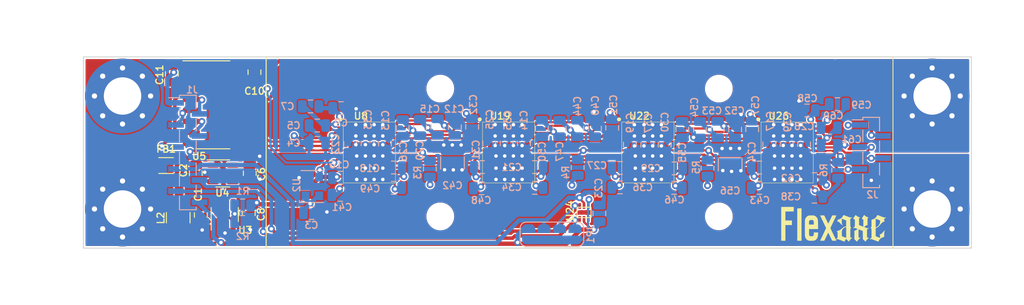
<source format=kicad_pcb>
(kicad_pcb (version 20221018) (generator pcbnew)
  (layers (0 "F.Cu" mixed) (1 "In1.Cu" signal) (2 "In2.Cu" signal) (31 "B.Cu" signal) (34 "B.Paste" user) (35 "F.Paste" user) (36 "B.SilkS" user "B.Silkscreen") (37 "F.SilkS" user "F.Silkscreen") (38 "B.Mask" user) (39 "F.Mask" user) (44 "Edge.Cuts" user))
  (net 0 "")
  (net 1 "GND")
  (net 2 "+1V8")
  (net 3 "+1V2")
  (net 4 "+0V8")
  (net 5 "/IF_NRSTI")
  (net 6 "/IF_BI")
  (net 7 "/IF_RO")
  (net 8 "/IF_CI")
  (net 9 "Net-(U19-VDD3_0)")
  (net 10 "Net-(U19-VDD2_0)")
  (net 11 "Net-(U19-VDD1_0)")
  (net 12 "Net-(U19-VDD1_1)")
  (net 13 "Net-(U19-VDD2_1)")
  (net 14 "Net-(U19-VDD3_1)")
  (net 16 "Net-(U19-RI)")
  (net 17 "Net-(U19-NRSTO)")
  (net 18 "Net-(U19-CO)")
  (net 19 "Net-(U19-CLKO)")
  (net 20 "Net-(U19-BO)")
  (net 21 "Net-(U3-EN)")
  (net 22 "Net-(U8-VDD3_0)")
  (net 23 "Net-(U8-VDD2_0)")
  (net 24 "Net-(U8-VDD1_0)")
  (net 25 "Net-(U22-VDD1_1)")
  (net 26 "Net-(U22-VDD2_1)")
  (net 27 "Net-(U22-VDD3_1)")
  (net 28 "Net-(U26-VDD1_1)")
  (net 29 "Net-(U26-VDD2_1)")
  (net 30 "Net-(U26-VDD3_1)")
  (net 31 "Net-(JP1-A)")
  (net 32 "Net-(U3-SW)")
  (net 33 "Net-(U19-RO)")
  (net 34 "/SDA2")
  (net 35 "/SCL2")
  (net 36 "+V_IF")
  (net 37 "Net-(U22-RI)")
  (net 38 "GND_IF")
  (net 39 "+3V3_EXT")
  (net 40 "GND_EXT")
  (net 45 "Net-(U19-CI)")
  (net 46 "Net-(U19-CLKI)")
  (net 47 "Net-(U19-BI)")
  (net 48 "Net-(U19-NRSTI)")
  (net 56 "Net-(U22-CO)")
  (net 57 "Net-(U22-CLKO)")
  (net 58 "Net-(U22-BO)")
  (net 59 "Net-(U22-NRSTO)")
  (net 64 "/BO")
  (net 65 "/RI")
  (net 66 "/CO")
  (net 68 "/CLKI")
  (net 69 "/RO")
  (net 70 "/BI")
  (net 71 "/NRSTI")
  (net 72 "/CI")
  (net 75 "Net-(U3-VFB)")
  (footprint "Capacitor_SMD:C_0805_2012Metric" (layer "F.Cu") (at 111.229 89.25 -90)
    (fp_text reference "C8")
    (fp_text value "10µ/16V")
  )
  (footprint "MountingHole:MountingHole_2.7mm_M2.5" (layer "F.Cu") (at 165.234 89.6 90)
    (fp_text reference "REF**" hide)
    (fp_text value "MountingHole_2.7mm_M2.5")
  )
  (footprint "qaxe:BM1366" (layer "F.Cu") (at 125.084 82.25)
    (fp_text reference "U8")
    (fp_text value "BM1366_mode1")
  )
  (footprint "Package_TO_SOT_SMD:SOT-23-6" (layer "F.Cu") (at 108.479 89.3875 90)
    (fp_text reference "U3")
    (fp_text value "TPS61071")
  )
  (footprint "Package_TO_SOT_SMD:SOT-23-5" (layer "F.Cu") (at 108.251 84.656)
    (fp_text reference "U4")
    (fp_text value "NCP114ASN080T1G")
  )
  (footprint "MountingHole:MountingHole_4.3mm_M4_Pad_Via" (layer "F.Cu") (at 189.734 88.75 90)
    (fp_text reference "H2" hide)
    (fp_text value "GND")
  )
  (footprint "MountingHole:MountingHole_2.7mm_M2.5" (layer "F.Cu") (at 133.234 89.6 90)
    (fp_text reference "REF**" hide)
    (fp_text value "MountingHole_2.7mm_M2.5")
  )
  (footprint "Capacitor_SMD:C_0805_2012Metric" (layer "F.Cu") (at 111.887 73.006 -90)
    (fp_text reference "C10")
    (fp_text value "100n")
  )
  (footprint "Package_SO:SOIC-16_3.9x9.9mm_P1.27mm" (layer "F.Cu") (at 107.1154 76.7652)
    (fp_text reference "U5")
    (fp_text value "ADUM141E0BRZ-RL7")
  )
  (footprint "Capacitor_SMD:C_0805_2012Metric" (layer "F.Cu") (at 111.351 84.638 -90)
    (fp_text reference "C6")
    (fp_text value "1µ")
  )
  (footprint "MountingHole:MountingHole_2.7mm_M2.5" (layer "F.Cu") (at 133.234 74.9 90)
    (fp_text reference "REF**" hide)
    (fp_text value "MountingHole_2.7mm_M2.5")
  )
  (footprint "MountingHole:MountingHole_4.3mm_M4_Pad_Via" (layer "F.Cu") (at 96.734 75.75 90)
    (fp_text reference "H3" hide)
    (fp_text value "1.2V")
  )
  (footprint "MountingHole:MountingHole_4.3mm_M4_Pad_Via" (layer "F.Cu") (at 189.734 75.75 90)
    (fp_text reference "H1" hide)
    (fp_text value "1.2V")
  )
  (footprint "Capacitor_SMD:C_0805_2012Metric" (layer "F.Cu") (at 105.151 84.638 -90)
    (fp_text reference "C2")
    (fp_text value "100n")
  )
  (footprint "qaxe:BM1366" (layer "F.Cu") (at 141.084 82.25)
    (fp_text reference "U19")
    (fp_text value "BM1366_mode1")
  )
  (footprint "myfootprints:TMP1075-DRL" (layer "F.Cu") (at 149.7438 89.1484 90)
    (fp_text reference "U24")
    (fp_text value "TMP1075")
  )
  (footprint "Inductor_SMD:L_1210_3225Metric" (layer "F.Cu") (at 103.129 89.75 -90)
    (fp_text reference "L2")
    (fp_text value "4.7µH")
  )
  (footprint "qaxe:BM1366" (layer "F.Cu") (at 173.084 82.25)
    (fp_text reference "U26")
    (fp_text value "BM1366_mode1")
  )
  (footprint "qaxe:BM1366" (layer "F.Cu") (at 157.084 82.25)
    (fp_text reference "U22")
    (fp_text value "BM1366_mode1")
  )
  (footprint "qaxe:logo" (layer "F.Cu") (at 178.4046 90.5066)
    (fp_text reference "G***" hide)
    (fp_text value "LOGO" hide)
  )
  (footprint "Capacitor_SMD:C_0805_2012Metric" (layer "F.Cu") (at 102.396 73.213 -90)
    (fp_text reference "C11")
    (fp_text value "100n")
  )
  (footprint "Inductor_SMD:L_1206_3216Metric" (layer "F.Cu") (at 101.734 83.75)
    (fp_text reference "FB1")
    (fp_text value "600R@100MHz")
  )
  (footprint "MountingHole:MountingHole_2.7mm_M2.5" (layer "F.Cu") (at 165.234 74.9 90)
    (fp_text reference "REF**" hide)
    (fp_text value "MountingHole_2.7mm_M2.5")
  )
  (footprint "Capacitor_SMD:C_0805_2012Metric" (layer "F.Cu") (at 105.729 89.442 -90)
    (fp_text reference "C1")
    (fp_text value "10µ/16V")
  )
  (footprint "MountingHole:MountingHole_4.3mm_M4_Pad_Via" (layer "F.Cu") (at 96.734 88.75 90)
    (fp_text reference "H4" hide)
    (fp_text value "GND")
  )
  (footprint "Capacitor_SMD:C_0805_2012Metric" (layer "B.Cu") (at 136.894 79.307 -90)
    (fp_text reference "C32")
    (fp_text value "1µ")
  )
  (footprint "Capacitor_SMD:C_0805_2012Metric" (layer "B.Cu") (at 160.1268 84.0804)
    (fp_text reference "C29")
    (fp_text value "1µ")
  )
  (footprint "Capacitor_SMD:C_0805_2012Metric" (layer "B.Cu") (at 177.913 81.422)
    (fp_text reference "C61")
    (fp_text value "1µ")
  )
  (footprint "Capacitor_SMD:C_0805_2012Metric" (layer "B.Cu") (at 148.966 79.483 -90)
    (fp_text reference "C44")
    (fp_text value "1µ")
  )
  (footprint "Capacitor_SMD:C_0805_2012Metric" (layer "B.Cu") (at 128.909 79.417 -90)
    (fp_text reference "C26")
    (fp_text value "1µ")
  )
  (footprint "Capacitor_SMD:C_0805_2012Metric" (layer "B.Cu") (at 176.2304 85.322)
    (fp_text reference "C62")
    (fp_text value "1µ")
  )
  (footprint "Resistor_SMD:R_0805_2012Metric" (layer "B.Cu") (at 178.938 84.2855 -90)
    (fp_text reference "R6")
    (fp_text value "10k")
  )
  (footprint "Resistor_SMD:R_0805_2012Metric" (layer "B.Cu") (at 132.034 84.15 -90)
    (fp_text reference "R3")
    (fp_text value "10k")
  )
  (footprint "Capacitor_SMD:C_0805_2012Metric" (layer "B.Cu") (at 140.854 81.2 -90)
    (fp_text reference "C35")
    (fp_text value "100n")
  )
  (footprint "Capacitor_SMD:C_0805_2012Metric" (layer "B.Cu") (at 144.902 79.483 -90)
    (fp_text reference "C50")
    (fp_text value "1µ")
  )
  (footprint "Capacitor_SMD:C_0805_2012Metric" (layer "B.Cu") (at 121.7372 87.1284)
    (fp_text reference "C41")
    (fp_text value "1µ")
  )
  (footprint "Resistor_SMD:R_0805_2012Metric" (layer "B.Cu") (at 163.934 84.05 -90)
    (fp_text reference "R5")
    (fp_text value "10k")
  )
  (footprint "Capacitor_SMD:C_0805_2012Metric" (layer "B.Cu") (at 160.0912 86.3156 180)
    (fp_text reference "C46")
    (fp_text value "1µ")
  )
  (footprint "Capacitor_SMD:C_0805_2012Metric" (layer "B.Cu") (at 173.0264 81.292 -90)
    (fp_text reference "C39")
    (fp_text value "100n")
  )
  (footprint "Capacitor_SMD:C_0805_2012Metric" (layer "B.Cu") (at 155.013 81.322 -90)
    (fp_text reference "C19")
    (fp_text value "10µ/16V")
  )
  (footprint "Capacitor_SMD:C_0805_2012Metric" (layer "B.Cu") (at 159.013 81.372 -90)
    (fp_text reference "C30")
    (fp_text value "1µ")
  )
  (footprint "Capacitor_SMD:C_0805_2012Metric" (layer "B.Cu") (at 171.0264 81.292 -90)
    (fp_text reference "C17")
    (fp_text value "10µ/16V")
  )
  (footprint "Capacitor_SMD:C_0805_2012Metric" (layer "B.Cu") (at 127.8688 86.3156 180)
    (fp_text reference "C49")
    (fp_text value "1µ")
  )
  (footprint "Capacitor_SMD:C_0805_2012Metric" (layer "B.Cu") (at 150.998 79.483 -90)
    (fp_text reference "C40")
    (fp_text value "1µ")
  )
  (footprint "Capacitor_SMD:C_0805_2012Metric" (layer "B.Cu") (at 153.8936 84.0296 180)
    (fp_text reference "C27")
    (fp_text value "1µ")
  )
  (footprint "Capacitor_SMD:C_0805_2012Metric" (layer "B.Cu") (at 130.909 79.367 -90)
    (fp_text reference "C20")
    (fp_text value "1µ")
  )
  (footprint "Resistor_SMD:R_0805_2012Metric" (layer "B.Cu") (at 149.0168 83.9788 -90)
    (fp_text reference "R4")
    (fp_text value "10k")
  )
  (footprint "Capacitor_SMD:C_0805_2012Metric" (layer "B.Cu") (at 127.884 83.9788)
    (fp_text reference "C18")
    (fp_text value "1µ")
  )
  (footprint "Capacitor_SMD:C_0805_2012Metric" (layer "B.Cu") (at 138.044 83.928 180)
    (fp_text reference "C31")
    (fp_text value "1µ")
  )
  (footprint "Capacitor_SMD:C_0805_2012Metric" (layer "B.Cu") (at 134.909 79.317 -90)
    (fp_text reference "C12")
    (fp_text value "1µ")
  )
  (footprint "Capacitor_SMD:C_0805_2012Metric" (layer "B.Cu") (at 118.334 76.95)
    (fp_text reference "C7")
    (fp_text value "1µ")
  )
  (footprint "Resistor_SMD:R_0805_2012Metric" (layer "B.Cu") (at 110.537 90.244)
    (fp_text reference "R2")
    (fp_text value "46.4k")
  )
  (footprint "Capacitor_SMD:C_0805_2012Metric" (layer "B.Cu") (at 161.031 79.61 -90)
    (fp_text reference "C55")
    (fp_text value "1µ")
  )
  (footprint "Capacitor_SMD:C_0805_2012Metric" (layer "B.Cu") (at 126.884 81.25 -90)
    (fp_text reference "C13")
    (fp_text value "10µ/16V")
  )
  (footprint "Capacitor_SMD:C_0805_2012Metric" (layer "B.Cu") (at 124.884 81.2 -90)
    (fp_text reference "C33")
    (fp_text value "100n")
  )
  (footprint "Capacitor_SMD:C_0805_2012Metric" (layer "B.Cu") (at 152.981 79.417 -90)
    (fp_text reference "C51")
    (fp_text value "1µ")
  )
  (footprint "Capacitor_SMD:C_0805_2012Metric" (layer "B.Cu") (at 118.4618 89.2132)
    (fp_text reference "C3")
    (fp_text value "100n")
  )
  (footprint "Capacitor_SMD:C_0805_2012Metric" (layer "B.Cu") (at 176.21 87.3316 180)
    (fp_text reference "C38")
    (fp_text value "1µ")
  )
  (footprint "Capacitor_SMD:C_0805_2012Metric" (layer "B.Cu") (at 169.064 79.6 -90)
    (fp_text reference "C57")
    (fp_text value "1µ")
  )
  (footprint "Capacitor_SMD:C_0805_2012Metric" (layer "B.Cu") (at 119.109 79.15)
    (fp_text reference "C5")
    (fp_text value "1µ")
  )
  (footprint "Capacitor_SMD:C_0805_2012Metric" (layer "B.Cu") (at 167.1016 79.61 -90)
    (fp_text reference "C52")
    (fp_text value "1µ")
  )
  (footprint "Capacitor_SMD:C_0805_2012Metric" (layer "B.Cu") (at 177.913 79.412)
    (fp_text reference "C60")
    (fp_text value "1µ")
  )
  (footprint "Oscillator:Oscillator_SMD_EuroQuartz_XO32-4Pin_3.2x2.5mm" (layer "B.Cu") (at 118.5368 86.1632)
    (fp_text reference "U2")
    (fp_text value "25MHz")
  )
  (footprint "Capacitor_SMD:C_0805_2012Metric" (layer "B.Cu") (at 175.0264 81.292 -90)
    (fp_text reference "C28")
    (fp_text value "1µ")
  )
  (footprint "Capacitor_SMD:C_0805_2012Metric" (layer "B.Cu") (at 157.013 81.372 -90)
    (fp_text reference "C37")
    (fp_text value "100n")
  )
  (footprint "Capacitor_SMD:C_0805_2012Metric" (layer "B.Cu") (at 169.8956 83.9788 180)
    (fp_text reference "C24")
    (fp_text value "1µ")
  )
  (footprint "Capacitor_SMD:C_1210_3225Metric" (layer "B.Cu") (at 166.534 83.65 -90)
    (fp_text reference "C56")
    (fp_text value "330µ/4V")
  )
  (footprint "Connector_PinSocket_1.27mm:PinSocket_1x10_P1.27mm_Vertical_SMD_Pin1Right" (layer "B.Cu") (at 104.234 82.25 180)
    (fp_text reference "J1")
    (fp_text value "Conn_01x10")
  )
  (footprint "Capacitor_SMD:C_0805_2012Metric" (layer "B.Cu") (at 144.0892 83.928)
    (fp_text reference "C21")
    (fp_text value "1µ")
  )
  (footprint "Capacitor_SMD:C_0805_2012Metric" (layer "B.Cu") (at 144.0892 86.3156 180)
    (fp_text reference "C34")
    (fp_text value "1µ")
  )
  (footprint "Capacitor_SMD:C_0805_2012Metric" (layer "B.Cu") (at 132.909 79.317 90)
    (fp_text reference "C15")
    (fp_text value "1µ")
  )
  (footprint "Resistor_SMD:R_0805_2012Metric" (layer "B.Cu") (at 110.537 88.339 180)
    (fp_text reference "R1")
    (fp_text value "121k")
  )
  (footprint "Capacitor_SMD:C_0805_2012Metric" (layer "B.Cu") (at 138.854 81.2 -90)
    (fp_text reference "C25")
    (fp_text value "1µ")
  )
  (footprint "Capacitor_SMD:C_1210_3225Metric" (layer "B.Cu") (at 134.634 83.45 -90)
    (fp_text reference "C42")
    (fp_text value "330µ/4V")
  )
  (footprint "Capacitor_SMD:C_0805_2012Metric" (layer "B.Cu") (at 142.854 81.2 -90)
    (fp_text reference "C14")
    (fp_text value "10µ/16V")
  )
  (footprint "Capacitor_SMD:C_0805_2012Metric" (layer "B.Cu") (at 122.884 81.25 -90)
    (fp_text reference "C22")
    (fp_text value "1µ")
  )
  (footprint "Capacitor_SMD:C_0805_2012Metric" (layer "B.Cu") (at 153.8936 86.2648)
    (fp_text reference "C36")
    (fp_text value "1µ")
  )
  (footprint "Capacitor_SMD:C_0805_2012Metric" (layer "B.Cu") (at 119.109 81.15)
    (fp_text reference "C4")
    (fp_text value "1µ")
  )
  (footprint "myfootprints:SolderJumper-4_to_1_P1.3mm_Open_RoundedPad1.0x1.5mm" (layer "B.Cu") (at 146.05 91.66 90)
    (fp_text reference "JP1")
    (fp_text value "SolderJumper_4_to_1")
  )
  (footprint "Capacitor_SMD:C_0805_2012Metric" (layer "B.Cu") (at 146.934 79.483 -90)
    (fp_text reference "C47")
    (fp_text value "1µ")
  )
  (footprint "Capacitor_SMD:C_0805_2012Metric" (layer "B.Cu") (at 165.095 79.61 -90)
    (fp_text reference "C53")
    (fp_text value "1µ")
  )
  (footprint "Capacitor_SMD:C_0805_2012Metric" (layer "B.Cu") (at 175.363 77.422)
    (fp_text reference "C58")
    (fp_text value "1µ")
  )
  (footprint "Capacitor_SMD:C_0805_2012Metric" (layer "B.Cu") (at 121.788 85.15 180)
    (fp_text reference "C16")
    (fp_text value "1µ")
  )
  (footprint "Capacitor_SMD:C_0805_2012Metric" (layer "B.Cu") (at 169.8956 86.3156)
    (fp_text reference "C43")
    (fp_text value "1µ")
  )
  (footprint "Capacitor_SMD:C_0805_2012Metric" (layer "B.Cu") (at 121.834 77.15)
    (fp_text reference "C9")
    (fp_text value "1µ")
  )
  (footprint "Connector_PinSocket_1.27mm:PinSocket_1x06_P1.27mm_Vertical_SMD_Pin1Right" (layer "B.Cu") (at 182.734 82.25 180)
    (fp_text reference "J2")
    (fp_text value "Conn_01x06")
  )
  (footprint "Capacitor_SMD:C_0805_2012Metric" (layer "B.Cu") (at 178.863 76.689)
    (fp_text reference "C59")
    (fp_text value "1µ")
  )
  (footprint "Capacitor_SMD:C_0805_2012Metric" (layer "B.Cu") (at 163.063 79.632 -90)
    (fp_text reference "C54")
    (fp_text value "1µ")
  )
  (footprint "Capacitor_SMD:C_0805_2012Metric" (layer "B.Cu") (at 151.506 89.262 -90)
    (fp_text reference "C23")
    (fp_text value "100n")
  )
  (footprint "Capacitor_SMD:C_0805_2012Metric" (layer "B.Cu") (at 137.9932 86.3664)
    (fp_text reference "C48")
    (fp_text value "1µ")
  )
  (gr_line (start 113.234 71.25) (end 185.234 71.25) (stroke (width 0.1)) (layer "F.SilkS"))
  (gr_line (start 185.234 93.25) (end 113.234 93.25) (stroke (width 0.1)) (layer "F.SilkS"))
  (gr_line (start 113.234 93.25) (end 113.234 71.25) (stroke (width 0.1)) (layer "F.SilkS"))
  (gr_line (start 185.234 71.25) (end 185.234 93.25) (stroke (width 0.1)) (layer "F.SilkS"))
  (gr_line (start 113.234 93.25) (end 113.234 71.25) (stroke (width 0.1)) (layer "F.SilkS"))
  (gr_line (start 194.234 93.25) (end 92.234 93.25) (stroke (width 0.1)) (layer "Edge.Cuts"))
  (gr_line (start 92.234 93.25) (end 92.234 71.25) (stroke (width 0.1)) (layer "Edge.Cuts"))
  (gr_line (start 194.234 71.25) (end 194.234 93.25) (stroke (width 0.1)) (layer "Edge.Cuts"))
  (gr_line (start 92.234 71.25) (end 194.234 71.25) (stroke (width 0.1)) (layer "Edge.Cuts"))
  (segment (start 123.534 81.808) (end 124.376 82.65) (width 0.254) (layer "F.Cu") (net 1))
  (segment (start 176 80.493) (end 175.35 80.493) (width 0.254) (layer "F.Cu") (net 1))
  (segment (start 170.818 80.493) (end 170.8546 80.5296) (width 0.254) (layer "F.Cu") (net 1))
  (segment (start 170.8546 81.1286) (end 173.084 83.358) (width 0.254) (layer "F.Cu") (net 1))
  (segment (start 109.098532 73.5902) (end 108.077 74.611732) (width 0.508) (layer "F.Cu") (net 1))
  (segment (start 122.818 80.493) (end 122.8546 80.5296) (width 0.254) (layer "F.Cu") (net 1))
  (segment (start 127.3134 80.5296) (end 127.3134 81.1286) (width 0.254) (layer "F.Cu") (net 1))
  (segment (start 125.776 84.05) (end 125.634 84.05) (width 0.254) (layer "F.Cu") (net 1))
  (segment (start 112.2694 82.6784) (end 112.486252 82.6784) (width 0.508) (layer "F.Cu") (net 1))
  (segment (start 108.077 74.611732) (end 108.077 80.188668) (width 0.508) (layer "F.Cu") (net 1))
  (segment (start 105.729 90.392) (end 105.729 91.012) (width 0.4) (layer "F.Cu") (net 1))
  (segment (start 122.168 84.509) (end 123.933 84.509) (width 0.254) (layer "F.Cu") (net 1))
  (segment (start 111.351 85.588) (end 112.238043 85.588) (width 1) (layer "F.Cu") (net 1))
  (segment (start 123.534 81.35) (end 123.534 81.808) (width 0.254) (layer "F.Cu") (net 1))
  (segment (start 106.083 84.656) (end 105.151 85.588) (width 0.508) (layer "F.Cu") (net 1))
  (segment (start 143.001 82.501) (end 143 82.5) (width 0.254) (layer "F.Cu") (net 1))
  (segment (start 154.8434 81.1174) (end 157.084 83.358) (width 0.254) (layer "F.Cu") (net 1))
  (segment (start 154.168 84.509) (end 155.933 84.509) (width 0.254) (layer "F.Cu") (net 1))
  (segment (start 122.8546 80.5296) (end 122.8546 81.1286) (width 0.254) (layer "F.Cu") (net 1))
  (segment (start 144 84.5) (end 142.226 84.5) (width 0.254) (layer "F.Cu") (net 1))
  (segment (start 160 84.5) (end 158.226 84.5) (width 0.254) (layer "F.Cu") (net 1))
  (segment (start 124.376 82.65) (end 124.634 82.65) (width 0.254) (layer "F.Cu") (net 1))
  (segment (start 105.729 91.012) (end 105.884 91.167) (width 0.4) (layer "F.Cu") (net 1))
  (segment (start 108.479 90.525) (end 108.479 91.488) (width 0.508) (layer "F.Cu") (net 1))
  (segment (start 154.818 80.493) (end 154.8434 80.5184) (width 0.254) (layer "F.Cu") (net 1))
  (segment (start 138.8434 81.1174) (end 141.084 83.358) (width 0.254) (layer "F.Cu") (net 1))
  (segment (start 138.8434 80.5184) (end 138.8434 81.1174) (width 0.254) (layer "F.Cu") (net 1))
  (segment (start 124.634 84.05) (end 124.634 83.808) (width 0.254) (layer "F.Cu") (net 1))
  (segment (start 112.238043 85.588) (end 112.50948 85.316563) (width 1) (layer "F.Cu") (net 1))
  (segment (start 125.634 82.65) (end 125.634 82.808) (width 0.254) (layer "F.Cu") (net 1))
  (segment (start 170.8546 80.5296) (end 170.8546 81.1286) (width 0.254) (layer "F.Cu") (net 1))
  (segment (start 143.3246 80.6051) (end 143.3246 81.1174) (width 0.254) (layer "F.Cu") (net 1))
  (segment (start 175.35 80.493) (end 175.3246 80.5184) (width 0.254) (layer "F.Cu") (net 1))
  (segment (start 138.818 80.493) (end 138.8434 80.5184) (width 0.254) (layer "F.Cu") (net 1))
  (segment (start 171.933 84.509) (end 173.084 83.358) (width 0.254) (layer "F.Cu") (net 1))
  (segment (start 170.168 80.493) (end 170.818 80.493) (width 0.254) (layer "F.Cu") (net 1))
  (segment (start 123.933 84.509) (end 125.084 83.358) (width 0.254) (layer "F.Cu") (net 1))
  (segment (start 110.8012 81.2102) (end 112.2694 82.6784) (width 0.508) (layer "F.Cu") (net 1))
  (segment (start 107.1135 84.656) (end 106.083 84.656) (width 0.508) (layer "F.Cu") (net 1))
  (segment (start 111.229 90.936) (end 111.426 91.133) (width 0.508) (layer "F.Cu") (net 1))
  (segment (start 143.4367 80.493) (end 143.3246 80.6051) (width 0.254) (layer "F.Cu") (net 1))
  (segment (start 125.634 84.05) (end 125.634 83.908) (width 0.254) (layer "F.Cu") (net 1))
  (segment (start 109.098532 81.2102) (end 110.8012 81.2102) (width 0.508) (layer "F.Cu") (net 1))
  (segment (start 159.3246 80.5184) (end 159.3246 81.1174) (width 0.254) (layer "F.Cu") (net 1))
  (segment (start 175.3246 81.1174) (end 173.084 83.358) (width 0.254) (layer "F.Cu") (net 1))
  (segment (start 124.634 82.65) (end 124.634 82.908) (width 0.254) (layer "F.Cu") (net 1))
  (segment (start 154.168 80.493) (end 154.818 80.493) (width 0.254) (layer "F.Cu") (net 1))
  (segment (start 154.8434 80.5184) (end 154.8434 81.1174) (width 0.254) (layer "F.Cu") (net 1))
  (segment (start 144 80.493) (end 143.4367 80.493) (width 0.254) (layer "F.Cu") (net 1))
  (segment (start 138.168 80.493) (end 138.818 80.493) (width 0.254) (layer "F.Cu") (net 1))
  (segment (start 138.168 84.509) (end 139.933 84.509) (width 0.254) (layer "F.Cu") (net 1))
  (segment (start 155.933 84.509) (end 157.084 83.358) (width 0.254) (layer "F.Cu") (net 1))
  (segment (start 125.792 82.65) (end 125.634 82.65) (width 0.254) (layer "F.Cu") (net 1))
  (segment (start 124.634 82.908) (end 125.084 83.358) (width 0.254) (layer "F.Cu") (net 1))
  (segment (start 128 80.493) (end 127.35 80.493) (width 0.254) (layer "F.Cu") (net 1))
  (segment (start 123.634 84.05) (end 123.933 84.509) (width 0.254) (layer "F.Cu") (net 1))
  (segment (start 127.35 80.493) (end 127.3134 80.5296) (width 0.254) (layer "F.Cu") (net 1))
  (segment (start 143.3246 81.1174) (end 141.084 83.358) (width 0.254) (layer "F.Cu") (net 1))
  (segment (start 108.479 91.488) (end 108.505 91.514) (width 0.508) (layer "F.Cu") (net 1))
  (segment (start 111.887002 73.956) (end 111.521202 73.5902) (width 0.508) (layer "F.Cu") (net 1))
  (segment (start 111.521202 73.5902) (end 109.098532 73.5902) (width 0.508) (layer "F.Cu") (net 1))
  (segment (start 170.168 84.509) (end 171.933 84.509) (width 0.254) (layer "F.Cu") (net 1))
  (segment (start 142.226 84.5) (end 141.084 83.358) (width 0.254) (layer "F.Cu") (net 1))
  (segment (start 123.076 81.35) (end 123.534 81.35) (width 0.254) (layer "F.Cu") (net 1))
  (segment (start 127.3134 81.1286) (end 125.792 82.65) (width 0.254) (layer "F.Cu") (net 1))
  (segment (start 158.226 84.5) (end 157.084 83.358) (width 0.254) (layer "F.Cu") (net 1))
  (segment (start 176 84.5) (end 174.226 84.5) (width 0.254) (layer "F.Cu") (net 1))
  (segment (start 158.001 82.501) (end 158 82.5) (width 0.254) (layer "F.Cu") (net 1))
  (segment (start 159.35 80.493) (end 159.3246 80.5184) (width 0.254) (layer "F.Cu") (net 1))
  (segment (start 124.634 83.808) (end 125.084 83.358) (width 0.254) (layer "F.Cu") (net 1))
  (segment (start 125.634 82.808) (end 125.084 83.358) (width 0.254) (layer "F.Cu") (net 1))
  (segment (start 108.505 91.514) (end 108.5849 91.5939) (width 0.508) (layer "F.Cu") (net 1))
  (segment (start 159.3246 81.1174) (end 157.084 83.358) (width 0.254) (layer "F.Cu") (net 1))
  (segment (start 125.634 83.908) (end 125.084 83.358) (width 0.254) (layer "F.Cu") (net 1))
  (segment (start 122.8546 81.1286) (end 123.076 81.35) (width 0.254) (layer "F.Cu") (net 1))
  (segment (start 124.392 84.05) (end 124.634 84.05) (width 0.254) (layer "F.Cu") (net 1))
  (segment (start 123.933 84.509) (end 124.392 84.05) (width 0.254) (layer "F.Cu") (net 1))
  (segment (start 175.3246 80.5184) (end 175.3246 81.1174) (width 0.254) (layer "F.Cu") (net 1))
  (segment (start 126.226 84.5) (end 125.776 84.05) (width 0.254) (layer "F.Cu") (net 1))
  (segment (start 122.168 80.493) (end 122.818 80.493) (width 0.254) (layer "F.Cu") (net 1))
  (segment (start 108.077 80.188668) (end 109.098532 81.2102) (width 0.508) (layer "F.Cu") (net 1))
  (segment (start 128 84.5) (end 126.226 84.5) (width 0.254) (layer "F.Cu") (net 1))
  (segment (start 174.226 84.5) (end 173.084 83.358) (width 0.254) (layer "F.Cu") (net 1))
  (segment (start 160 80.493) (end 159.35 80.493) (width 0.254) (layer "F.Cu") (net 1))
  (segment (start 111.229 90.2) (end 111.229 90.936) (width 0.508) (layer "F.Cu") (net 1))
  (segment (start 139.933 84.509) (end 141.084 83.358) (width 0.254) (layer "F.Cu") (net 1))
  (via (at 172.634 84.05) (size 0.8) (drill 0.4) (layers "F.Cu" "B.Cu") (net 1))
  (via (at 108.505 91.514) (size 0.8) (drill 0.4) (layers "F.Cu" "B.Cu") (net 1))
  (via (at 179.676545 81.365711) (size 0.8) (drill 0.4) (layers "F.Cu" "B.Cu") (net 1))
  (via (at 111.426 91.133) (size 0.8) (drill 0.4) (layers "F.Cu" "B.Cu") (net 1))
  (via (at 124.634 81.35) (size 0.8) (drill 0.4) (layers "F.Cu" "B.Cu") (net 1))
  (via (at 124.634 84.05) (size 0.8) (drill 0.4) (layers "F.Cu" "B.Cu") (net 1))
  (via (at 112.50948 85.316563) (size 0.8) (drill 0.4) (layers "F.Cu" "B.Cu") (net 1))
  (via (at 124.634 85.35) (size 0.8) (drill 0.4) (layers "F.Cu" "B.Cu") (net 1))
  (via (at 106.177511 84.520134) (size 0.8) (drill 0.4) (layers "F.Cu" "B.Cu") (net 1))
  (via (at 141.634 84.05) (size 0.8) (drill 0.4) (layers "F.Cu" "B.Cu") (net 1))
  (via (at 171.634 84.05) (size 0.8) (drill 0.4) (layers "F.Cu" "B.Cu") (net 1))
  (via (at 117.0128 85.1472) (size 0.8) (drill 0.4) (layers "F.Cu" "B.Cu") (net 1))
  (via (at 155.634 85.35) (size 0.8) (drill 0.4) (layers "F.Cu" "B.Cu") (net 1))
  (via (at 123.634 82.65) (size 0.8) (drill 0.4) (layers "F.Cu" "B.Cu") (net 1))
  (via (at 142.634 85.35) (size 0.8) (drill 0.4) (layers "F.Cu" "B.Cu") (net 1))
  (via (at 125.634 85.35) (size 0.8) (drill 0.4) (layers "F.Cu" "B.Cu") (net 1))
  (via (at 139.634 85.35) (size 0.8) (drill 0.4) (layers "F.Cu" "B.Cu") (net 1))
  (via (at 156.634 84.05) (size 0.8) (drill 0.4) (layers "F.Cu" "B.Cu") (net 1))
  (via (at 157.634 84.05) (size 0.8) (drill 0.4) (layers "F.Cu" "B.Cu") (net 1))
  (via (at 156.634 85.35) (size 0.8) (drill 0.4) (layers "F.Cu" "B.Cu") (net 1))
  (via (at 158.634 82.65) (size 0.8) (drill 0.4) (layers "F.Cu" "B.Cu") (net 1))
  (via (at 174.634 82.65) (size 0.8) (drill 0.4) (layers "F.Cu" "B.Cu") (net 1))
  (via (at 134.734 84.25) (size 0.8) (drill 0.4) (layers "F.Cu" "B.Cu") (net 1))
  (via (at 133.726 84.2328) (size 0.8) (drill 0.4) (layers "F.Cu" "B.Cu") (net 1))
  (via (at 157.634 85.35) (size 0.8) (drill 0.4) (layers "F.Cu" "B.Cu") (net 1))
  (via (at 172.634 82.65) (size 0.8) (drill 0.4) (layers "F.Cu" "B.Cu") (net 1))
  (via (at 142.634 84.05) (size 0.8) (drill 0.4) (layers "F.Cu" "B.Cu") (net 1))
  (via (at 173.634 85.35) (size 0.8) (drill 0.4) (layers "F.Cu" "B.Cu") (net 1))
  (via (at 123.634 85.35) (size 0.8) (drill 0.4) (layers "F.Cu" "B.Cu") (net 1))
  (via (at 126.634 81.36) (size 0.8) (drill 0.4) (layers "F.Cu" "B.Cu") (net 1))
  (via (at 174.634 84.05) (size 0.8) (drill 0.4) (layers "F.Cu" "B.Cu") (net 1))
  (via (at 171.634 82.65) (size 0.8) (drill 0.4) (layers "F.Cu" "B.Cu") (net 1))
  (via (at 173.634 81.44) (size 0.8) (drill 0.4) (layers "F.Cu" "B.Cu") (net 1))
  (via (at 126.634 84.05) (size 0.8) (drill 0.4) (layers "F.Cu" "B.Cu") (net 1))
  (via (at 171.634 85.35) (size 0.8) (drill 0.4) (layers "F.Cu" "B.Cu") (net 1))
  (via (at 140.634 84.05) (size 0.8) (drill 0.4) (layers "F.Cu" "B.Cu") (net 1))
  (via (at 112.486252 82.6784) (size 0.8) (drill 0.4) (layers "F.Cu" "B.Cu") (net 1))
  (via (at 125.634 81.35) (size 0.8) (drill 0.4) (layers "F.Cu" "B.Cu") (net 1))
  (via (at 142.634 82.65) (size 0.8) (drill 0.4) (layers "F.Cu" "B.Cu") (net 1))
  (via (at 172.634 81.44) (size 0.8) (drill 0.4) (layers "F.Cu" "B.Cu") (net 1))
  (via (at 155.534 81.49) (size 0.8) (drill 0.4) (layers "F.Cu" "B.Cu") (net 1))
  (via (at 135.734 84.25) (size 0.8) (drill 0.4) (layers "F.Cu" "B.Cu") (net 1))
  (via (at 139.634 84.05) (size 0.8) (drill 0.4) (layers "F.Cu" "B.Cu") (net 1))
  (via (at 165.684767 84.32836) (size 0.8) (drill 0.4) (layers "F.Cu" "B.Cu") (net 1))
  (via (at 142.634 81.45) (size 0.8) (drill 0.4) (layers "F.Cu" "B.Cu") (net 1))
  (via (at 140.634 82.65) (size 0.8) (drill 0.4) (layers "F.Cu" "B.Cu") (net 1))
  (via (at 167.764453 84.346325) (size 0.8) (drill 0.4) (layers "F.Cu" "B.Cu") (net 1))
  (via (at 173.634 82.65) (size 0.8) (drill 0.4) (layers "F.Cu" "B.Cu") (net 1))
  (via (at 157.634 81.49) (size 0.8) (drill 0.4) (layers "F.Cu" "B.Cu") (net 1))
  (via (at 123.634 84.05) (size 0.8) (drill 0.4) (layers "F.Cu" "B.Cu") (net 1))
  (via (at 158.634 84.05) (size 0.8) (drill 0.4) (layers "F.Cu" "B.Cu") (net 1))
  (via (at 139.534 81.45) (size 0.8) (drill 0.4) (layers "F.Cu" "B.Cu") (net 1))
  (via (at 174.634 81.44) (size 0.8) (drill 0.4) (layers "F.Cu" "B.Cu") (net 1))
  (via (at 174.634 85.35) (size 0.8) (drill 0.4) (layers "F.Cu" "B.Cu") (net 1))
  (via (at 141.634 81.45) (size 0.8) (drill 0.4) (layers "F.Cu" "B.Cu") (net 1))
  (via (at 156.634 82.65) (size 0.8) (drill 0.4) (layers "F.Cu" "B.Cu") (net 1))
  (via (at 123.534 81.35) (size 0.8) (drill 0.4) (layers "F.Cu" "B.Cu") (net 1))
  (via (at 166.694903 84.424418) (size 0.8) (drill 0.4) (layers "F.Cu" "B.Cu") (net 1))
  (via (at 157.634 82.65) (size 0.8) (drill 0.4) (layers "F.Cu" "B.Cu") (net 1))
  (via (at 105.884 91.167) (size 0.8) (drill 0.4) (layers "F.Cu" "B.Cu") (net 1))
  (via (at 172.634 85.35) (size 0.8) (drill 0.4) (layers "F.Cu" "B.Cu") (net 1))
  (via (at 155.634 84.05) (size 0.8) (drill 0.4) (layers "F.Cu" "B.Cu") (net 1))
  (via (at 124.634 82.65) (size 0.8) (drill 0.4) (layers "F.Cu" "B.Cu") (net 1))
  (via (at 116.45421 80.3156) (size 0.8) (drill 0.4) (layers "F.Cu" "B.Cu") (net 1))
  (via (at 156.634 81.49) (size 0.8) (drill 0.4) (layers "F.Cu" "B.Cu") (net 1))
  (via (at 155.634 82.65) (size 0.8) (drill 0.4) (layers "F.Cu" "B.Cu") (net 1))
  (via (at 141.634 85.35) (size 0.8) (drill 0.4) (layers "F.Cu" "B.Cu") (net 1))
  (via (at 182.748 85.452) (size 0.8) (drill 0.4) (layers "F.Cu" "B.Cu") (net 1))
  (via (at 139.634 82.65) (size 0.8) (drill 0.4) (layers "F.Cu" "B.Cu") (net 1))
  (via (at 125.634 82.65) (size 0.8) (drill 0.4) (layers "F.Cu" "B.Cu") (net 1))
  (via (at 171.534 81.44) (size 0.8) (drill 0.4) (layers "F.Cu" "B.Cu") (net 1))
  (via (at 140.634 81.45) (size 0.8) (drill 0.4) (layers "F.Cu" "B.Cu") (net 1))
  (via (at 140.634 85.35) (size 0.8) (drill 0.4) (layers "F.Cu" "B.Cu") (net 1))
  (via (at 158.634 85.35) (size 0.8) (drill 0.4) (layers "F.Cu" "B.Cu") (net 1))
  (via (at 173.634 84.05) (size 0.8) (drill 0.4) (layers "F.Cu" "B.Cu") (net 1))
  (via (at 141.634 82.65) (size 0.8) (drill 0.4) (layers "F.Cu" "B.Cu") (net 1))
  (via (at 125.634 84.05) (size 0.8) (drill 0.4) (layers "F.Cu" "B.Cu") (net 1))
  (via (at 126.634 82.65) (size 0.8) (drill 0.4) (layers "F.Cu" "B.Cu") (net 1))
  (via (at 158.634 81.49) (size 0.8) (drill 0.4) (layers "F.Cu" "B.Cu") (net 1))
  (via (at 120.2132 89.0906) (size 0.8) (drill 0.4) (layers "F.Cu" "B.Cu") (net 1))
  (via (at 126.634 85.35) (size 0.8) (drill 0.4) (layers "F.Cu" "B.Cu") (net 1))
  (segment (start 117.28861 81.15) (end 116.45421 80.3156) (width 0.508) (layer "B.Cu") (net 1))
  (segment (start 111.4495 91.1095) (end 111.426 91.133) (width 0.508) (layer "B.Cu") (net 1))
  (segment (start 140.854 82.15) (end 138.854 82.15) (width 0.508) (layer "B.Cu") (net 1))
  (segment (start 154.8436 84.0296) (end 154.8436 86.2648) (width 0.508) (layer "B.Cu") (net 1))
  (segment (start 122.738 85.15) (end 122.7468 85.1588) (width 0.508) (layer "B.Cu") (net 1))
  (segment (start 122.884 85.004) (end 122.738 85.15) (width 0.508) (layer "B.Cu") (net 1))
  (segment (start 122.7468 87.0688) (end 122.6872 87.1284) (width 0.508) (layer "B.Cu") (net 1))
  (segment (start 122.884 82.2) (end 122.884 85.004) (width 0.508) (layer "B.Cu") (net 1))
  (segment (start 126.634 82.65) (end 126.934 82.35) (width 0.508) (layer "B.Cu") (net 1))
  (segment (start 159.1412 84.116) (end 159.1768 84.0804) (width 0.508) (layer "B.Cu") (net 1))
  (segment (start 126.934 82.95) (end 126.634 82.65) (width 0.508) (layer "B.Cu") (net 1))
  (segment (start 126.9188 83.994) (end 126.934 83.9788) (width 0.508) (layer "B.Cu") (net 1))
  (segment (start 143.1392 83.928) (end 143.1392 82.4352) (width 0.508) (layer "B.Cu") (net 1))
  (segment (start 182.775 85.425) (end 182.748 85.452) (width 0.254) (layer "B.Cu") (net 1))
  (segment (start 175.2804 85.322) (end 175.2804 87.3112) (width 0.508) (layer "B.Cu") (net 1))
  (segment (start 125.134 81.75) (end 124.934 82.2) (width 0.508) (layer "B.Cu") (net 1))
  (segment (start 178.863 81.422) (end 179.620256 81.422) (width 0.508) (layer "B.Cu") (net 1))
  (segment (start 138.854 82.15) (end 138.854 83.788) (width 0.508) (layer "B.Cu") (net 1))
  (segment (start 143.1392 86.3156) (end 143.1392 83.928) (width 0.508) (layer "B.Cu") (net 1))
  (segment (start 175.2804 85.322) (end 175.2804 82.496) (width 0.508) (layer "B.Cu") (net 1))
  (segment (start 117.7618 85.0882) (end 117.0718 85.0882) (width 0.508) (layer "B.Cu") (net 1))
  (segment (start 118.159 81.15) (end 117.28861 81.15) (width 0.508) (layer "B.Cu") (net 1))
  (segment (start 159.013 82.322) (end 157.013 82.322) (width 0.508) (layer "B.Cu") (net 1))
  (segment (start 161.031 80.56) (end 160.775 80.56) (width 0.508) (layer "B.Cu") (net 1))
  (segment (start 126.934 82.35) (end 126.934 82.25) (width 0.508) (layer "B.Cu") (net 1))
  (segment (start 123.134 82.15) (end 122.934 82.15) (width 0.508) (layer "B.Cu") (net 1))
  (segment (start 122.934 82.15) (end 122.884 82.2) (width 0.508) (layer "B.Cu") (net 1))
  (segment (start 171.0264 83.798) (end 170.8456 83.9788) (width 0.508) (layer "B.Cu") (net 1))
  (segment (start 175.0264 82.242) (end 173.0264 82.242) (width 0.508) (layer "B.Cu") (net 1))
  (segment (start 126.9188 86.3156) (end 126.634 84.05) (width 0.508) (layer "B.Cu") (net 1))
  (segment (start 138.994 83.928) (end 138.994 86.3156) (width 0.508) (layer "B.Cu") (net 1))
  (segment (start 123.634 82.65) (end 123.134 82.15) (width 0.508) (layer "B.Cu") (net 1))
  (segment (start 138.994 86.3156) (end 138.9432 86.3664) (width 0.508) (layer "B.Cu") (net 1))
  (segment (start 157.013 82.322) (end 155.063 82.322) (width 0.508) (layer "B.Cu") (net 1))
  (segment (start 155.063 82.322) (end 155.013 82.272) (width 0.508) (layer "B.Cu") (net 1))
  (segment (start 126.934 83.9788) (end 126.934 82.95) (width 0.508) (layer "B.Cu") (net 1))
  (segment (start 159.1412 86.3156) (end 159.1412 84.116) (width 0.508) (layer "B.Cu") (net 1))
  (segment (start 159.1768 84.0804) (end 159.1768 82.4858) (width 0.508) (layer "B.Cu") (net 1))
  (segment (start 173.0264 82.242) (end 171.0264 82.242) (width 0.508) (layer "B.Cu") (net 1))
  (segment (start 126.934 82.25) (end 126.884 82.2) (width 0.508) (layer "B.Cu") (net 1))
  (segment (start 170.8456 83.9788) (end 170.8456 86.3156) (width 0.508) (layer "B.Cu") (net 1))
  (segment (start 128.584 80.5) (end 126.884 82.2) (width 0.508) (layer "B.Cu") (net 1))
  (segment (start 143.1392 82.4352) (end 142.854 82.15) (width 0.508) (layer "B.Cu") (net 1))
  (segment (start 95.6684 90.6844) (end 93.234 88.25) (width 1) (layer "B.Cu") (net 1))
  (segment (start 171.0264 82.242) (end 171.0264 83.798) (width 0.508) (layer "B.Cu") (net 1))
  (segment (start 179.620256 81.422) (end 179.676545 81.365711) (width 0.508) (layer "B.Cu") (net 1))
  (segment (start 122.7468 85.1588) (end 122.7468 87.0688) (width 0.508) (layer "B.Cu") (net 1))
  (segment (start 128.909 80.5) (end 128.584 80.5) (width 0.508) (layer "B.Cu") (net 1))
  (segment (start 184.084 85.425) (end 182.775 85.425) (width 0.254) (layer "B.Cu") (net 1))
  (segment (start 126.634 84.05) (end 126.9188 83.994) (width 0.508) (layer "B.Cu") (net 1))
  (segment (start 160.775 80.56) (end 159.013 82.322) (width 0.508) (layer "B.Cu") (net 1))
  (segment (start 120.0906 89.2132) (end 120.2132 89.0906) (width 0.508) (layer "B.Cu") (net 1))
  (segment (start 144.571 80.433) (end 142.854 82.15) (width 0.508) (layer "B.Cu") (net 1))
  (segment (start 138.854 83.788) (end 138.994 83.928) (width 0.508) (layer "B.Cu") (net 1))
  (segment (start 119.4118 89.2132) (end 120.0906 89.2132) (width 0.508) (layer "B.Cu") (net 1))
  (segment (start 124.934 82.2) (end 124.884 82.15) (width 0.508) (layer "B.Cu") (net 1))
  (segment (start 175.2804 87.3112) (end 175.26 87.3316) (width 0.508) (layer "B.Cu") (net 1))
  (segment (start 117.0718 85.0882) (end 117.0128 85.1472) (width 0.508) (layer "B.Cu") (net 1))
  (segment (start 111.4495 90.244) (end 111.4495 91.1095) (width 0.508) (layer "B.Cu") (net 1))
  (segment (start 142.854 82.15) (end 140.854 82.15) (width 0.508) (layer "B.Cu") (net 1))
  (segment (start 155.013 83.8602) (end 154.8436 84.0296) (width 0.508) (layer "B.Cu") (net 1))
  (segment (start 175.2804 82.496) (end 175.0264 82.242) (width 0.508) (layer "B.Cu") (net 1))
  (segment (start 144.902 80.433) (end 144.571 80.433) (width 0.508) (layer "B.Cu") (net 1))
  (segment (start 159.1768 82.4858) (end 159.013 82.322) (width 0.508) (layer "B.Cu") (net 1))
  (segment (start 155.013 82.272) (end 155.013 83.8602) (width 0.508) (layer "B.Cu") (net 1))
  (segment (start 170.168 85.6368) (end 169.7432 86.0616) (width 0.254) (layer "F.Cu") (net 2))
  (segment (start 118.2152 88.212) (end 118.2828 88.1444) (width 0.508) (layer "F.Cu") (net 2))
  (segment (start 160 85.5) (end 160 85.818) (width 0.254) (layer "F.Cu") (net 2))
  (segment (start 144 85.860903) (end 144.217311 86.078214) (width 0.254) (layer "F.Cu") (net 2))
  (segment (start 128 86.419996) (end 128.0364 86.456396) (width 0.254) (layer "F.Cu") (net 2))
  (segment (start 107.108 85.6115) (end 107.1135 85.606) (width 0.508) (layer "F.Cu") (net 2))
  (segment (start 137.8913 86.2) (end 138.168 85.9233) (width 0.254) (layer "F.Cu") (net 2))
  (segment (start 128 85.5) (end 128 86.419996) (width 0.254) (layer "F.Cu") (net 2))
  (segment (start 107.315 83.024) (end 107.315 74.103732) (width 0.508) (layer "F.Cu") (net 2))
  (segment (start 108.3196 84.0286) (end 107.997 83.706) (width 0.508) (layer "F.Cu") (net 2))
  (segment (start 121.671697 86.41455) (end 122.168 85.918247) (width 0.254) (layer "F.Cu") (net 2))
  (segment (start 108.3196 84.0286) (end 107.315 83.024) (width 0.508) (layer "F.Cu") (net 2))
  (segment (start 111.345 88.184) (end 111.229 88.3) (width 0.508) (layer "F.Cu") (net 2))
  (segment (start 110.947 88.212) (end 118.2152 88.212) (width 0.508) (layer "F.Cu") (net 2))
  (segment (start 153.7917 86.0108) (end 154.168 85.6345) (width 0.254) (layer "F.Cu") (net 2))
  (segment (start 108.3196 84.899268) (end 108.3196 84.0286) (width 0.508) (layer "F.Cu") (net 2))
  (segment (start 108.3196 84.899268) (end 108.3196 85.986468) (width 0.508) (layer "F.Cu") (net 2))
  (segment (start 176.282305 86.640752) (end 176 86.358447) (width 0.254) (layer "F.Cu") (net 2))
  (segment (start 154.168 85.6345) (end 154.168 85.513) (width 0.254) (layer "F.Cu") (net 2))
  (segment (start 160 85.818) (end 160.253211 86.071211) (width 0.254) (layer "F.Cu") (net 2))
  (segment (start 105.151 83.688) (end 105.169 83.706) (width 0.508) (layer "F.Cu") (net 2))
  (segment (start 108.928132 86.595) (end 110.964 86.595) (width 0.508) (layer "F.Cu") (net 2))
  (segment (start 111.229 88.3) (end 111.507773 88.021227) (width 0.508) (layer "F.Cu") (net 2))
  (segment (start 176 86.358447) (end 176 85.5) (width 0.254) (layer "F.Cu") (net 2))
  (segment (start 107.1135 85.606) (end 107.612868 85.606) (width 0.508) (layer "F.Cu") (net 2))
  (segment (start 111.507773 88.021227) (end 112.1456 88.021227) (width 0.508) (layer "F.Cu") (net 2))
  (segment (start 138.168 85.9233) (end 138.168 85.513) (width 0.254) (layer "F.Cu") (net 2))
  (segment (start 144 85.5) (end 144 85.860903) (width 0.254) (layer "F.Cu") (net 2))
  (segment (start 111.345 86.976) (end 111.345 88.184) (width 0.508) (layer "F.Cu") (net 2))
  (segment (start 105.169 83.706) (end 107.997 83.706) (width 0.508) (layer "F.Cu") (net 2))
  (segment (start 107.315 74.103732) (end 109.098532 72.3202) (width 0.508) (layer "F.Cu") (net 2))
  (segment (start 122.168 85.918247) (end 122.168 85.513) (width 0.254) (layer "F.Cu") (net 2))
  (segment (start 111.6228 72.3202) (end 111.887 72.056) (width 0.508) (layer "F.Cu") (net 2))
  (segment (start 170.168 85.513) (end 170.168 85.6368) (width 0.254) (layer "F.Cu") (net 2))
  (segment (start 107.612868 85.606) (end 108.3196 84.899268) (width 0.508) (layer "F.Cu") (net 2))
  (segment (start 109.098532 72.3202) (end 111.6228 72.3202) (width 0.508) (layer "F.Cu") (net 2))
  (segment (start 110.964 86.595) (end 111.345 86.976) (width 0.508) (layer "F.Cu") (net 2))
  (segment (start 108.3196 85.986468) (end 108.928132 86.595) (width 0.508) (layer "F.Cu") (net 2))
  (via (at 118.2828 88.1444) (size 0.8) (drill 0.4) (layers "F.Cu" "B.Cu") (net 2))
  (via (at 132.061693 85.9476) (size 0.8) (drill 0.4) (layers "F.Cu" "B.Cu") (net 2))
  (via (at 137.8913 86.2) (size 0.8) (drill 0.4) (layers "F.Cu" "B.Cu") (net 2))
  (via (at 148.3564 86.0108) (size 0.8) (drill 0.4) (layers "F.Cu" "B.Cu") (net 2))
  (via (at 180.081 79.102) (size 0.8) (drill 0.4) (layers "F.Cu" "B.Cu") (net 2))
  (via (at 176.282305 86.640752) (size 0.8) (drill 0.4) (layers "F.Cu" "B.Cu") (net 2))
  (via (at 112.1456 88.021227) (size 0.8) (drill 0.4) (layers "F.Cu" "B.Cu") (net 2))
  (via (at 169.7432 86.0616) (size 0.8) (drill 0.4) (layers "F.Cu" "B.Cu") (net 2))
  (via (at 160.253211 86.071211) (size 0.8) (drill 0.4) (layers "F.Cu" "B.Cu") (net 2))
  (via (at 144.217311 86.078214) (size 0.8) (drill 0.4) (layers "F.Cu" "B.Cu") (net 2))
  (via (at 153.7917 86.0108) (size 0.8) (drill 0.4) (layers "F.Cu" "B.Cu") (net 2))
  (via (at 121.671697 86.41455) (size 0.8) (drill 0.4) (layers "F.Cu" "B.Cu") (net 2))
  (via (at 128.0364 86.456396) (size 0.8) (drill 0.4) (layers "F.Cu" "B.Cu") (net 2))
  (via (at 163.934 86.0616) (size 0.8) (drill 0.4) (layers "F.Cu" "B.Cu") (net 2))
  (segment (start 117.7618 87.6234) (end 118.2828 88.1444) (width 0.508) (layer "B.Cu") (net 2))
  (segment (start 149.0168 84.8913) (end 148.3564 85.5517) (width 0.508) (layer "B.Cu") (net 2))
  (segment (start 153.5377 86.2648) (end 153.7917 86.0108) (width 0.508) (layer "B.Cu") (net 2))
  (segment (start 178.938 85.880767) (end 178.938 85.198) (width 0.508) (layer "B.Cu") (net 2))
  (segment (start 121.7808 86.6784) (end 121.7808 86.5188) (width 0.508) (layer "B.Cu") (net 2))
  (segment (start 163.934 84.9625) (end 163.934 86.0616) (width 0.508) (layer "B.Cu") (net 2))
  (segment (start 117.7618 87.2382) (end 117.7618 87.6234) (width 0.508) (layer "B.Cu") (net 2))
  (segment (start 120.7872 87.1284) (end 121.3308 87.1284) (width 0.508) (layer "B.Cu") (net 2))
  (segment (start 137.8913 86.2) (end 137.7249 86.3664) (width 0.508) (layer "B.Cu") (net 2))
  (segment (start 128.177196 86.3156) (end 128.0364 86.456396) (width 0.508) (layer "B.Cu") (net 2))
  (segment (start 117.5118 89.2132) (end 117.5118 88.9154) (width 0.508) (layer "B.Cu") (net 2))
  (segment (start 177.16 87.3316) (end 176.973153 87.3316) (width 0.508) (layer "B.Cu") (net 2))
  (segment (start 121.3308 87.1284) (end 121.7808 86.6784) (width 0.508) (layer "B.Cu") (net 2))
  (segment (start 148.3564 85.5517) (end 148.3564 86.0108) (width 0.508) (layer "B.Cu") (net 2))
  (segment (start 169.4892 86.3156) (end 169.7432 86.0616) (width 0.508) (layer "B.Cu") (net 2))
  (segment (start 119.3118 87.2382) (end 119.189 87.2382) (width 0.508) (layer "B.Cu") (net 2))
  (segment (start 117.5118 88.9154) (end 118.2828 88.1444) (width 0.508) (layer "B.Cu") (net 2))
  (segment (start 132.061693 85.234807) (end 132.061693 85.9476) (width 0.508) (layer "B.Cu") (net 2))
  (segment (start 137.7249 86.3664) (end 137.0432 86.3664) (width 0.508) (layer "B.Cu") (net 2))
  (segment (start 177.16 87.3316) (end 177.487167 87.3316) (width 0.508) (layer "B.Cu") (net 2))
  (segment (start 176.973153 87.3316) (end 176.282305 86.640752) (width 0.508) (layer "B.Cu") (net 2))
  (segment (start 161.0412 86.3156) (end 160.4976 86.3156) (width 0.508) (layer "B.Cu") (net 2))
  (segment (start 152.9436 86.2648) (end 153.5377 86.2648) (width 0.508) (layer "B.Cu") (net 2))
  (segment (start 144.454697 86.3156) (end 144.217311 86.078214) (width 0.508) (layer "B.Cu") (net 2))
  (segment (start 128.8188 86.3156) (end 128.177196 86.3156) (width 0.508) (layer "B.Cu") (net 2))
  (segment (start 160.4976 86.3156) (end 160.253211 86.071211) (width 0.508) (layer "B.Cu") (net 2))
  (segment (start 168.9456 86.3156) (end 169.4892 86.3156) (width 0.508) (layer "B.Cu") (net 2))
  (segment (start 111.4495 88.339) (end 111.827827 88.339) (width 0.508) (layer "B.Cu") (net 2))
  (segment (start 119.189 87.2382) (end 118.2828 88.1444) (width 0.508) (layer "B.Cu") (net 2))
  (segment (start 111.827827 88.339) (end 112.1456 88.021227) (width 0.508) (layer "B.Cu") (net 2))
  (segment (start 180.108 79.075) (end 180.081 79.102) (width 0.254) (layer "B.Cu") (net 2))
  (segment (start 132.234 85.0625) (end 132.061693 85.234807) (width 0.508) (layer "B.Cu") (net 2))
  (segment (start 145.0392 86.3156) (end 144.454697 86.3156) (width 0.508) (layer "B.Cu") (net 2))
  (segment (start 177.487167 87.3316) (end 178.938 85.880767) (width 0.508) (layer "B.Cu") (net 2))
  (segment (start 181.384 79.075) (end 180.108 79.075) (width 0.254) (layer "B.Cu") (net 2))
  (segment (start 94.446 75.038) (end 93.234 76.25) (width 1) (layer "F.Cu") (net 3))
  (segment (start 96.734 80.325) (end 100.159 83.75) (width 1) (layer "F.Cu") (net 3))
  (segment (start 96.734 75.75) (end 96.734 80.325) (width 1) (layer "F.Cu") (net 3))
  (via (at 135.631 81.388) (size 0.8) (drill 0.4) (layers "F.Cu" "B.Cu") (net 3))
  (via (at 171.534 79.05) (size 0.8) (drill 0.4) (layers "F.Cu" "B.Cu") (net 3))
  (via (at 156.634 80.35) (size 0.8) (drill 0.4) (layers "F.Cu" "B.Cu") (net 3))
  (via (at 123.534 80.35) (size 0.8) (drill 0.4) (layers "F.Cu" "B.Cu") (net 3))
  (via (at 157.634 79.05) (size 0.8) (drill 0.4) (layers "F.Cu" "B.Cu") (net 3))
  (via (at 141.634 80.35) (size 0.8) (drill 0.4) (layers "F.Cu" "B.Cu") (net 3))
  (via (at 173.634 80.35) (size 0.8) (drill 0.4) (layers "F.Cu" "B.Cu") (net 3))
  (via (at 140.634 80.35) (size 0.8) (drill 0.4) (layers "F.Cu" "B.Cu") (net 3))
  (via (at 174.634 80.35) (size 0.8) (drill 0.4) (layers "F.Cu" "B.Cu") (net 3))
  (via (at 173.634 79.05) (size 0.8) (drill 0.4) (layers "F.Cu" "B.Cu") (net 3))
  (via (at 139.534 80.35) (size 0.8) (drill 0.4) (layers "F.Cu" "B.Cu") (net 3))
  (via (at 126.634 79.05) (size 0.8) (drill 0.4) (layers "F.Cu" "B.Cu") (net 3))
  (via (at 142.634 80.35) (size 0.8) (drill 0.4) (layers "F.Cu" "B.Cu") (net 3))
  (via (at 142.634 79.05) (size 0.8) (drill 0.4) (layers "F.Cu" "B.Cu") (net 3))
  (via (at 165.603 81.786069) (size 0.8) (drill 0.4) (layers "F.Cu" "B.Cu") (net 3))
  (via (at 174.634 79.05) (size 0.8) (drill 0.4) (layers "F.Cu" "B.Cu") (net 3))
  (via (at 171.534 80.35) (size 0.8) (drill 0.4) (layers "F.Cu" "B.Cu") (net 3))
  (via (at 124.634 80.35) (size 0.8) (drill 0.4) (layers "F.Cu" "B.Cu") (net 3))
  (via (at 155.534 80.35) (size 0.8) (drill 0.4) (layers "F.Cu" "B.Cu") (net 3))
  (via (at 155.534 79.05) (size 0.8) (drill 0.4) (layers "F.Cu" "B.Cu") (net 3))
  (via (at 156.634 79.05) (size 0.8) (drill 0.4) (layers "F.Cu" "B.Cu") (net 3))
  (via (at 125.634 80.35) (size 0.8) (drill 0.4) (layers "F.Cu" "B.Cu") (net 3))
  (via (at 124.634 79.05) (size 0.8) (drill 0.4) (layers "F.Cu" "B.Cu") (net 3))
  (via (at 166.5825 81.778591) (size 0.8) (drill 0.4) (layers "F.Cu" "B.Cu") (net 3))
  (via (at 158.634 79.05) (size 0.8) (drill 0.4) (layers "F.Cu" "B.Cu") (net 3))
  (via (at 134.615 81.388) (size 0.8) (drill 0.4) (layers "F.Cu" "B.Cu") (net 3))
  (via (at 140.634 79.05) (size 0.8) (drill 0.4) (layers "F.Cu" "B.Cu") (net 3))
  (via (at 172.634 80.35) (size 0.8) (drill 0.4) (layers "F.Cu" "B.Cu") (net 3))
  (via (at 139.534 79.05) (size 0.8) (drill 0.4) (layers "F.Cu" "B.Cu") (net 3))
  (via (at 126.634 80.35) (size 0.8) (drill 0.4) (layers "F.Cu" "B.Cu") (net 3))
  (via (at 125.634 79.05) (size 0.8) (drill 0.4) (layers "F.Cu" "B.Cu") (net 3))
  (via (at 172.634 79.05) (size 0.8) (drill 0.4) (layers "F.Cu" "B.Cu") (net 3))
  (via (at 158.634 80.35) (size 0.8) (drill 0.4) (layers "F.Cu" "B.Cu") (net 3))
  (via (at 123.566 77.2224) (size 0.8) (drill 0.4) (layers "F.Cu" "B.Cu") (net 3))
  (via (at 157.634 80.35) (size 0.8) (drill 0.4) (layers "F.Cu" "B.Cu") (net 3))
  (via (at 174.442137 76.315432) (size 0.8) (drill 0.4) (layers "F.Cu" "B.Cu") (net 3))
  (via (at 141.634 79.05) (size 0.8) (drill 0.4) (layers "F.Cu" "B.Cu") (net 3))
  (via (at 123.534 79.05) (size 0.8) (drill 0.4) (layers "F.Cu" "B.Cu") (net 3))
  (via (at 167.791028 77.875028) (size 0.8) (drill 0.4) (layers "F.Cu" "B.Cu") (net 3))
  (via (at 167.5985 81.778591) (size 0.8) (drill 0.4) (layers "F.Cu" "B.Cu") (net 3))
  (via (at 133.6355 81.388) (size 0.8) (drill 0.4) (layers "F.Cu" "B.Cu") (net 3))
  (via (at 150.8964 77.5874) (size 0.8) (drill 0.4) (layers "F.Cu" "B.Cu") (net 3))
  (segment (start 174.634 80.35) (end 174.642 80.342) (width 0.508) (layer "B.Cu") (net 3))
  (segment (start 174.413 76.344569) (end 174.442137 76.315432) (width 0.508) (layer "B.Cu") (net 3))
  (segment (start 124.884 80.25) (end 126.834 80.25) (width 0.508) (layer "B.Cu") (net 3))
  (segment (start 173.634 80.35) (end 174.634 80.35) (width 1) (layer "B.Cu") (net 3))
  (segment (start 172.634 80.35) (end 172.642 80.342) (width 0.508) (layer "B.Cu") (net 3))
  (segment (start 168.25867 81.75767) (end 169.064 80.95234) (width 1) (layer "B.Cu") (net 3))
  (segment (start 140.634 80.35) (end 140.634 79.05) (width 1) (layer "B.Cu") (net 3))
  (segment (start 171.534 80.35) (end 172.634 80.35) (width 1) (layer "B.Cu") (net 3))
  (segment (start 141.634 80.35) (end 141.634 79.05) (width 1) (layer "B.Cu") (net 3))
  (segment (start 123.4936 77.15) (end 123.566 77.2224) (width 0.508) (layer "B.Cu") (net 3))
  (segment (start 136.894 80.76974) (end 136.19887 81.46487) (width 1) (layer "B.Cu") (net 3))
  (segment (start 169.0016 80.56) (end 167.1016 78.66) (width 0.508) (layer "B.Cu") (net 3))
  (segment (start 122.884 80.3) (end 124.834 80.3) (width 0.508) (layer "B.Cu") (net 3))
  (segment (start 173.634 80.35) (end 173.634 79.05) (width 1) (layer "B.Cu") (net 3))
  (segment (start 138.854 80.25) (end 140.854 80.25) (width 0.508) (layer "B.Cu") (net 3))
  (segment (start 152.981 80.367) (end 152.832 80.367) (width 0.508) (layer "B.Cu") (net 3))
  (segment (start 171.0264 80.342) (end 171.526 80.342) (width 0.508) (layer "B.Cu") (net 3))
  (segment (start 157.634 80.35) (end 157.634 79.05) (width 1) (layer "B.Cu") (net 3))
  (segment (start 172.634 80.35) (end 172.634 79.05) (width 1) (layer "B.Cu") (net 3))
  (segment (start 150.8964 78.4314) (end 150.8964 77.5874) (width 0.508) (layer "B.Cu") (net 3))
  (segment (start 151.8413 79.3763) (end 150.8964 78.4314) (width 0.508) (layer "B.Cu") (net 3))
  (segment (start 136.934 80.35) (end 136.894 80.39) (width 1) (layer "B.Cu") (net 3))
  (segment (start 169.064 80.95234) (end 169.064 80.55) (width 1) (layer "B.Cu") (net 3))
  (segment (start 139.534 80.35) (end 139.534 79.05) (width 1) (layer "B.Cu") (net 3))
  (segment (start 170.8184 80.55) (end 171.0264 80.342) (width 1) (layer "B.Cu") (net 3))
  (segment (start 136.894 80.39) (end 136.894 80.76974) (width 1) (layer "B.Cu") (net 3))
  (segment (start 174.642 80.342) (end 175.0264 80.342) (width 0.508) (layer "B.Cu") (net 3))
  (segment (start 157.634 80.35) (end 156.634 80.35) (width 1) (layer "B.Cu") (net 3))
  (segment (start 140.854 80.25) (end 142.854 80.25) (width 0.508) (layer "B.Cu") (net 3))
  (segment (start 174.634 80.35) (end 174.634 79.05) (width 1) (layer "B.Cu") (net 3))
  (segment (start 140.634 80.35) (end 139.534 80.35) (width 1) (layer "B.Cu") (net 3))
  (segment (start 139.534 80.35) (end 136.934 80.35) (width 1) (layer "B.Cu") (net 3))
  (segment (start 169.064 80.55) (end 170.8184 80.55) (width 1) (layer "B.Cu") (net 3))
  (segment (start 124.834 80.3) (end 124.884 80.25) (width 0.508) (layer "B.Cu") (net 3))
  (segment (start 156.634 80.35) (end 156.634 79.05) (width 1) (layer "B.Cu") (net 3))
  (segment (start 173.626 80.342) (end 173.634 80.35) (width 0.508) (layer "B.Cu") (net 3))
  (segment (start 167.1016 78.564456) (end 167.791028 77.875028) (width 0.508) (layer "B.Cu") (net 3))
  (segment (start 166.534 82.175) (end 167.84134 82.175) (width 1) (layer "B.Cu") (net 3))
  (segment (start 155.013 80.372) (end 152.986 80.372) (width 1) (layer "B.Cu") (net 3))
  (segment (start 152.986 80.372) (end 152.981 80.367) (width 1) (layer "B.Cu") (net 3))
  (segment (start 135.68874 81.975) (end 136.19887 81.46487) (width 1) (layer "B.Cu") (net 3))
  (segment (start 151.8413 79.3763) (end 150.998 78.533) (width 0.508) (layer "B.Cu") (net 3))
  (segment (start 158.634 80.35) (end 158.634 79.05) (width 1) (layer "B.Cu") (net 3))
  (segment (start 136.894 80.39) (end 138.714 80.39) (width 1) (layer "B.Cu") (net 3))
  (segment (start 136.799 80.39) (end 134.909 78.5) (width 0.508) (layer "B.Cu") (net 3))
  (segment (start 171.526 80.342) (end 171.534 80.35) (width 0.508) (layer "B.Cu") (net 3))
  (segment (start 155.534 80.35) (end 155.534 79.05) (width 1) (layer "B.Cu") (net 3))
  (segment (start 136.894 80.39) (end 136.799 80.39) (width 0.508) (layer "B.Cu") (net 3))
  (segment (start 126.834 80.25) (end 126.884 80.3) (width 0.508) (layer "B.Cu") (net 3))
  (segment (start 169.032 80.56) (end 170.8084 80.56) (width 0.508) (layer "B.Cu") (net 3))
  (segment (start 158.634 80.35) (end 157.634 80.35) (width 1) (layer "B.Cu") (net 3))
  (segment (start 122.784 77.15) (end 123.4936 77.15) (width 0.508) (layer "B.Cu") (net 3))
  (segment (start 167.1016 78.66) (end 167.1016 78.564456) (width 0.508) (layer "B.Cu") (net 3))
  (segment (start 155.013 80.372) (end 156.963 80.372) (width 0.508) (layer "B.Cu") (net 3))
  (segment (start 141.634 80.35) (end 140.634 80.35) (width 1) (layer "B.Cu") (net 3))
  (segment (start 172.634 80.35) (end 173.634 80.35) (width 1) (layer "B.Cu") (net 3))
  (segment (start 138.714 80.39) (end 138.854 80.25) (width 1) (layer "B.Cu") (net 3))
  (segment (start 142.634 80.35) (end 141.634 80.35) (width 1) (layer "B.Cu") (net 3))
  (segment (start 171.534 80.35) (end 171.534 79.05) (width 1) (layer "B.Cu") (net 3))
  (segment (start 169.032 80.56) (end 169.0016 80.56) (width 0.508) (layer "B.Cu") (net 3))
  (segment (start 157.013 80.422) (end 159.013 80.422) (width 0.508) (layer "B.Cu") (net 3))
  (segment (start 167.84134 82.175) (end 168.25867 81.75767) (width 1) (layer "B.Cu") (net 3))
  (segment (start 142.634 80.35) (end 142.634 79.05) (width 1) (layer "B.Cu") (net 3))
  (segment (start 170.8084 80.56) (end 171.0264 80.342) (width 0.508) (layer "B.Cu") (net 3))
  (segment (start 156.963 80.372) (end 157.013 80.422) (width 0.508) (layer "B.Cu") (net 3))
  (segment (start 172.642 80.342) (end 173.0264 80.342) (width 0.508) (layer "B.Cu") (net 3))
  (segment (start 152.832 80.367) (end 151.8413 79.3763) (width 0.508) (layer "B.Cu") (net 3))
  (segment (start 156.634 80.35) (end 155.534 80.35) (width 1) (layer "B.Cu") (net 3))
  (segment (start 173.0264 80.342) (end 173.626 80.342) (width 0.508) (layer "B.Cu") (net 3))
  (segment (start 174.413 77.422) (end 174.413 76.344569) (width 0.508) (layer "B.Cu") (net 3))
  (segment (start 111.351 83.688) (end 112.39864 83.688) (width 0.508) (layer "F.Cu") (net 4))
  (segment (start 111.333 83.706) (end 111.351 83.688) (width 0.508) (layer "F.Cu") (net 4))
  (segment (start 153.351 85.011) (end 153.3348 84.9948) (width 0.254) (layer "F.Cu") (net 4))
  (segment (start 119.384034 85.061966) (end 118.232 86.214) (width 0.508) (layer "F.Cu") (net 4))
  (segment (start 176.586513 85) (end 177.5884 86.001887) (width 0.254) (layer "F.Cu") (net 4))
  (segment (start 113.7426 83.7566) (end 110.97224 83.7566) (width 0.508) (layer "F.Cu") (net 4))
  (segment (start 154.168 85.011) (end 153.351 85.011) (width 0.254) (layer "F.Cu") (net 4))
  (segment (start 109.3885 83.706) (end 111.333 83.706) (width 0.508) (layer "F.Cu") (net 4))
  (segment (start 121.337683 85.061966) (end 119.384034 85.061966) (width 0.508) (layer "F.Cu") (net 4))
  (segment (start 112.39864 83.688) (end 112.46724 83.7566) (width 0.508) (layer "F.Cu") (net 4))
  (segment (start 118.232 86.214) (end 116.2 86.214) (width 0.508) (layer "F.Cu") (net 4))
  (segment (start 144 85) (end 144.7952 85) (width 0.254) (layer "F.Cu") (net 4))
  (segment (start 176 85) (end 176.586513 85) (width 0.254) (layer "F.Cu") (net 4))
  (segment (start 169.3022 85.011) (end 169.286 84.9948) (width 0.254) (layer "F.Cu") (net 4))
  (segment (start 116.2 86.214) (end 113.7426 83.7566) (width 0.508) (layer "F.Cu") (net 4))
  (segment (start 137.342248 85.056223) (end 137.387471 85.011) (width 0.254) (layer "F.Cu") (net 4))
  (segment (start 144.7952 85) (end 144.8004 84.9948) (width 0.254) (layer "F.Cu") (net 4))
  (segment (start 122.168 85.011) (end 121.388649 85.011) (width 0.254) (layer "F.Cu") (net 4))
  (segment (start 160.786897 85) (end 160.792725 85.005828) (width 0.254) (layer "F.Cu") (net 4))
  (segment (start 129.042953 85) (end 129.054002 85.011049) (width 0.254) (layer "F.Cu") (net 4))
  (segment (start 170.168 85.011) (end 169.3022 85.011) (width 0.254) (layer "F.Cu") (net 4))
  (segment (start 128 85) (end 129.042953 85) (width 0.254) (layer "F.Cu") (net 4))
  (segment (start 137.387471 85.011) (end 138.168 85.011) (width 0.254) (layer "F.Cu") (net 4))
  (segment (start 121.388649 85.011) (end 121.337683 85.061966) (width 0.254) (layer "F.Cu") (net 4))
  (segment (start 160 85) (end 160.786897 85) (width 0.254) (layer "F.Cu") (net 4))
  (via (at 177.5884 86.001887) (size 0.8) (drill 0.4) (layers "F.Cu" "B.Cu") (net 4))
  (via (at 137.342248 85.056223) (size 0.8) (drill 0.4) (layers "F.Cu" "B.Cu") (net 4))
  (via (at 144.8004 84.9948) (size 0.8) (drill 0.4) (layers "F.Cu" "B.Cu") (net 4))
  (via (at 121.337683 85.061966) (size 0.8) (drill 0.4) (layers "F.Cu" "B.Cu") (net 4))
  (via (at 160.792725 85.005828) (size 0.8) (drill 0.4) (layers "F.Cu" "B.Cu") (net 4))
  (via (at 129.054002 85.011049) (size 0.8) (drill 0.4) (layers "F.Cu" "B.Cu") (net 4))
  (via (at 153.3348 84.9948) (size 0.8) (drill 0.4) (layers "F.Cu" "B.Cu") (net 4))
  (via (at 169.286 84.9948) (size 0.8) (drill 0.4) (layers "F.Cu" "B.Cu") (net 4))
  (segment (start 128.834 83.9788) (end 128.834 84.791047) (width 0.508) (layer "B.Cu") (net 4))
  (segment (start 161.0768 84.721753) (end 160.792725 85.005828) (width 0.508) (layer "B.Cu") (net 4))
  (segment (start 137.342248 85.056223) (end 137.094 84.807975) (width 0.508) (layer "B.Cu") (net 4))
  (segment (start 161.0768 84.0804) (end 161.0768 84.721753) (width 0.508) (layer "B.Cu") (net 4))
  (segment (start 145.0392 84.756) (end 144.8004 84.9948) (width 0.508) (layer "B.Cu") (net 4))
  (segment (start 168.9456 84.6544) (end 169.286 84.9948) (width 0.508) (layer "B.Cu") (net 4))
  (segment (start 137.094 84.807975) (end 137.094 83.928) (width 0.508) (layer "B.Cu") (net 4))
  (segment (start 145.0392 83.928) (end 145.0392 84.756) (width 0.508) (layer "B.Cu") (net 4))
  (segment (start 120.838 85.15) (end 121.249649 85.15) (width 0.508) (layer "B.Cu") (net 4))
  (segment (start 168.9456 83.9788) (end 168.9456 84.6544) (width 0.508) (layer "B.Cu") (net 4))
  (segment (start 121.249649 85.15) (end 121.337683 85.061966) (width 0.508) (layer "B.Cu") (net 4))
  (segment (start 152.9436 84.6036) (end 153.3348 84.9948) (width 0.508) (layer "B.Cu") (net 4))
  (segment (start 152.9436 84.0296) (end 152.9436 84.6036) (width 0.508) (layer "B.Cu") (net 4))
  (segment (start 128.834 84.791047) (end 129.054002 85.011049) (width 0.508) (layer "B.Cu") (net 4))
  (segment (start 104.4754 76.115) (end 104.5604 76.2) (width 0.4) (layer "F.Cu") (net 5))
  (segment (start 104.5604 76.2) (end 105.8482 76.2) (width 0.4) (layer "F.Cu") (net 5))
  (via (at 105.8482 76.2) (size 0.8) (drill 0.4) (layers "F.Cu" "B.Cu") (net 5))
  (segment (start 105.584 76.4642) (end 105.8482 76.2) (width 0.4) (layer "B.Cu") (net 5))
  (segment (start 105.584 77.805) (end 105.584 76.4642) (width 0.4) (layer "B.Cu") (net 5))
  (via (at 103.632 77.724) (size 0.8) (drill 0.4) (layers "F.Cu" "B.Cu") (net 6))
  (segment (start 102.884 79.075) (end 103.632 78.327) (width 0.4) (layer "B.Cu") (net 6))
  (segment (start 103.632 78.327) (end 103.632 77.724) (width 0.4) (layer "B.Cu") (net 6))
  (segment (start 104.9874 78.6702) (end 105.836498 78.6702) (width 0.254) (layer "F.Cu") (net 7))
  (segment (start 105.836498 78.6702) (end 105.8482 78.681902) (width 0.254) (layer "F.Cu") (net 7))
  (via (at 105.8482 78.681902) (size 0.8) (drill 0.4) (layers "F.Cu" "B.Cu") (net 7))
  (segment (start 105.8482 79.0758) (end 105.8482 78.681902) (width 0.4) (layer "B.Cu") (net 7))
  (segment (start 104.579 80.345) (end 105.8482 79.0758) (width 0.4) (layer "B.Cu") (net 7))
  (segment (start 102.743 76.2) (end 104.0828 74.8602) (width 0.4) (layer "F.Cu") (net 8))
  (segment (start 104.0828 74.8602) (end 104.9874 74.8602) (width 0.4) (layer "F.Cu") (net 8))
  (segment (start 102.743 79.997944) (end 102.743 76.2) (width 0.4) (layer "F.Cu") (net 8))
  (segment (start 101.248139 81.492805) (end 102.743 79.997944) (width 0.4) (layer "F.Cu") (net 8))
  (via (at 101.248139 81.492805) (size 0.8) (drill 0.4) (layers "F.Cu" "B.Cu") (net 8))
  (segment (start 101.248139 81.492805) (end 102.761805 81.492805) (width 0.4) (layer "B.Cu") (net 8))
  (segment (start 102.761805 81.492805) (end 102.884 81.615) (width 0.4) (layer "B.Cu") (net 8))
  (segment (start 129.815852 80) (end 128 80) (width 0.254) (layer "F.Cu") (net 9))
  (segment (start 134.785136 80.2196) (end 135.013736 79.991) (width 0.254) (layer "F.Cu") (net 9))
  (segment (start 130.576076 80.2196) (end 134.785136 80.2196) (width 0.254) (layer "F.Cu") (net 9))
  (segment (start 135.013736 79.991) (end 138.168 79.991) (width 0.254) (layer "F.Cu") (net 9))
  (segment (start 130.086164 79.729688) (end 130.576076 80.2196) (width 0.254) (layer "F.Cu") (net 9))
  (segment (start 130.086164 79.729688) (end 129.815852 80) (width 0.254) (layer "F.Cu") (net 9))
  (via (at 130.086164 79.729688) (size 0.8) (drill 0.4) (layers "F.Cu" "B.Cu") (net 9))
  (segment (start 130.759 80.45) (end 128.909 78.6) (width 0.254) (layer "B.Cu") (net 9))
  (segment (start 130.806476 80.45) (end 130.909 80.45) (width 0.508) (layer "B.Cu") (net 9))
  (segment (start 130.909 80.45) (end 130.759 80.45) (width 0.254) (layer "B.Cu") (net 9))
  (segment (start 130.086164 79.729688) (end 130.806476 80.45) (width 0.508) (layer "B.Cu") (net 9))
  (segment (start 130.086164 79.729688) (end 130.038688 79.729688) (width 0.508) (layer "B.Cu") (net 9))
  (segment (start 130.038688 79.729688) (end 128.909 78.6) (width 0.508) (layer "B.Cu") (net 9))
  (segment (start 129.087736 79.489) (end 128 79.489) (width 0.254) (layer "F.Cu") (net 10))
  (segment (start 131.397765 78.975) (end 129.601736 78.975) (width 0.254) (layer "F.Cu") (net 10))
  (segment (start 132.235965 79.8132) (end 134.6168 79.8132) (width 0.254) (layer "F.Cu") (net 10))
  (segment (start 131.811012 79.388247) (end 131.397765 78.975) (width 0.254) (layer "F.Cu") (net 10))
  (segment (start 129.601736 78.975) (end 129.087736 79.489) (width 0.254) (layer "F.Cu") (net 10))
  (segment (start 131.811012 79.388247) (end 132.235965 79.8132) (width 0.254) (layer "F.Cu") (net 10))
  (segment (start 134.941 79.489) (end 138.168 79.489) (width 0.254) (layer "F.Cu") (net 10))
  (segment (start 134.6168 79.8132) (end 134.941 79.489) (width 0.254) (layer "F.Cu") (net 10))
  (via (at 131.811012 79.388247) (size 0.8) (drill 0.4) (layers "F.Cu" "B.Cu") (net 10))
  (segment (start 131.811012 79.388247) (end 132.822765 80.4) (width 0.508) (layer "B.Cu") (net 10))
  (segment (start 131.747247 79.388247) (end 130.909 78.55) (width 0.508) (layer "B.Cu") (net 10))
  (segment (start 131.811012 79.388247) (end 131.747247 79.388247) (width 0.508) (layer "B.Cu") (net 10))
  (segment (start 132.822765 80.4) (end 132.909 80.4) (width 0.508) (layer "B.Cu") (net 10))
  (segment (start 128.4314 78.5686) (end 133.14739 78.5686) (width 0.254) (layer "F.Cu") (net 11))
  (segment (start 138.168 78.987) (end 133.841 78.987) (width 0.254) (layer "F.Cu") (net 11))
  (segment (start 138.168 78.987) (end 137.471 78.987) (width 0.254) (layer "F.Cu") (net 11))
  (segment (start 133.14739 78.5686) (end 133.703395 79.124605) (width 0.254) (layer "F.Cu") (net 11))
  (segment (start 128 79) (end 128.4314 78.5686) (width 0.254) (layer "F.Cu") (net 11))
  (segment (start 133.841 78.987) (end 133.703395 79.124605) (width 0.254) (layer "F.Cu") (net 11))
  (segment (start 137.471 78.987) (end 136.234 77.75) (width 0.254) (layer "F.Cu") (net 11))
  (via (at 136.234 77.75) (size 0.8) (drill 0.4) (layers "F.Cu" "B.Cu") (net 11))
  (via (at 133.703395 79.124605) (size 0.8) (drill 0.4) (layers "F.Cu" "B.Cu") (net 11))
  (segment (start 132.909 78.5) (end 133.07879 78.5) (width 0.508) (layer "B.Cu") (net 11))
  (segment (start 136.234 77.83) (end 136.894 78.49) (width 0.254) (layer "B.Cu") (net 11))
  (segment (start 136.234 77.75) (end 136.234 77.83) (width 0.254) (layer "B.Cu") (net 11))
  (segment (start 134.909 80.33021) (end 133.703395 79.124605) (width 0.508) (layer "B.Cu") (net 11))
  (segment (start 133.07879 78.5) (end 133.703395 79.124605) (width 0.508) (layer "B.Cu") (net 11))
  (segment (start 134.909 80.4) (end 134.909 80.33021) (width 0.508) (layer "B.Cu") (net 11))
  (segment (start 149.375569 78.7731) (end 150.0328 79.430331) (width 0.254) (layer "F.Cu") (net 12))
  (segment (start 144 79) (end 144.2269 78.7731) (width 0.254) (layer "F.Cu") (net 12))
  (segment (start 144.2269 78.7731) (end 149.375569 78.7731) (width 0.254) (layer "F.Cu") (net 12))
  (segment (start 150.476131 78.987) (end 150.0328 79.430331) (width 0.254) (layer "F.Cu") (net 12))
  (segment (start 154.168 78.987) (end 150.476131 78.987) (width 0.254) (layer "F.Cu") (net 12))
  (segment (start 154.168 78.987) (end 154.071 78.987) (width 0.254) (layer "F.Cu") (net 12))
  (segment (start 154.071 78.987) (end 152.734 77.65) (width 0.254) (layer "F.Cu") (net 12))
  (via (at 150.0328 79.430331) (size 0.8) (drill 0.4) (layers "F.Cu" "B.Cu") (net 12))
  (via (at 152.734 77.65) (size 0.8) (drill 0.4) (layers "F.Cu" "B.Cu") (net 12))
  (segment (start 149.863331 79.430331) (end 148.966 78.533) (width 0.508) (layer "B.Cu") (net 12))
  (segment (start 150.0328 79.430331) (end 149.863331 79.430331) (width 0.508) (layer "B.Cu") (net 12))
  (segment (start 150.998 80.433) (end 150.866 80.433) (width 0.254) (layer "B.Cu") (net 12))
  (segment (start 152.734 77.65) (end 152.734 78.22) (width 0.254) (layer "B.Cu") (net 12))
  (segment (start 150.866 80.433) (end 148.966 78.533) (width 0.254) (layer "B.Cu") (net 12))
  (segment (start 150.998 80.395531) (end 150.0328 79.430331) (width 0.508) (layer "B.Cu") (net 12))
  (segment (start 150.998 80.433) (end 150.998 80.395531) (width 0.508) (layer "B.Cu") (net 12))
  (segment (start 152.734 78.22) (end 152.981 78.467) (width 0.254) (layer "B.Cu") (net 12))
  (segment (start 145.636983 79.489) (end 145.946483 79.1795) (width 0.254) (layer "F.Cu") (net 13))
  (segment (start 144 79.489) (end 145.636983 79.489) (width 0.254) (layer "F.Cu") (net 13))
  (segment (start 147.673598 79.1795) (end 148.1735 79.679402) (width 0.254) (layer "F.Cu") (net 13))
  (segment (start 151.082604 79.489) (end 150.461873 80.109731) (width 0.254) (layer "F.Cu") (net 13))
  (segment (start 145.946483 79.1795) (end 147.673598 79.1795) (width 0.254) (layer "F.Cu") (net 13))
  (segment (start 154.168 79.489) (end 151.082604 79.489) (width 0.254) (layer "F.Cu") (net 13))
  (segment (start 150.461873 80.109731) (end 148.603829 80.109731) (width 0.254) (layer "F.Cu") (net 13))
  (segment (start 148.603829 80.109731) (end 148.1735 79.679402) (width 0.254) (layer "F.Cu") (net 13))
  (via (at 148.1735 79.679402) (size 0.8) (drill 0.4) (layers "F.Cu" "B.Cu") (net 13))
  (segment (start 148.927098 80.433) (end 148.1735 79.679402) (width 0.508) (layer "B.Cu") (net 13))
  (segment (start 147.066 78.533) (end 146.934 78.533) (width 0.254) (layer "B.Cu") (net 13))
  (segment (start 148.966 80.433) (end 147.066 78.533) (width 0.254) (layer "B.Cu") (net 13))
  (segment (start 148.966 80.433) (end 148.927098 80.433) (width 0.508) (layer "B.Cu") (net 13))
  (segment (start 146.934 78.533) (end 147.027098 78.533) (width 0.508) (layer "B.Cu") (net 13))
  (segment (start 147.027098 78.533) (end 148.1735 79.679402) (width 0.508) (layer "B.Cu") (net 13))
  (segment (start 152.201264 79.991) (end 151.676132 80.516132) (width 0.254) (layer "F.Cu") (net 14))
  (segment (start 154.168 79.991) (end 152.201264 79.991) (width 0.254) (layer "F.Cu") (net 14))
  (segment (start 144 80) (end 146.095973 80) (width 0.254) (layer "F.Cu") (net 14))
  (segment (start 146.095973 80) (end 146.237073 79.8589) (width 0.254) (layer "F.Cu") (net 14))
  (segment (start 151.676132 80.516132) (end 146.894305 80.516132) (width 0.254) (layer "F.Cu") (net 14))
  (segment (start 146.894305 80.516132) (end 146.237073 79.8589) (width 0.254) (layer "F.Cu") (net 14))
  (via (at 146.237073 79.8589) (size 0.8) (drill 0.4) (layers "F.Cu" "B.Cu") (net 14))
  (segment (start 146.934 80.433) (end 146.811173 80.433) (width 0.508) (layer "B.Cu") (net 14))
  (segment (start 146.802 80.433) (end 146.237073 79.868073) (width 0.254) (layer "B.Cu") (net 14))
  (segment (start 144.902 78.533) (end 144.911173 78.533) (width 0.508) (layer "B.Cu") (net 14))
  (segment (start 144.911173 78.533) (end 146.237073 79.8589) (width 0.508) (layer "B.Cu") (net 14))
  (segment (start 146.934 80.433) (end 146.802 80.433) (width 0.254) (layer "B.Cu") (net 14))
  (segment (start 146.802 80.433) (end 144.902 78.533) (width 0.254) (layer "B.Cu") (net 14))
  (segment (start 146.237073 79.868073) (end 146.237073 79.8589) (width 0.254) (layer "B.Cu") (net 14))
  (segment (start 146.811173 80.433) (end 146.237073 79.8589) (width 0.508) (layer "B.Cu") (net 14))
  (segment (start 154.168 81.999) (end 144 81.999) (width 0.254) (layer "F.Cu") (net 16))
  (via (at 149.675448 82.008331) (size 0.8) (drill 0.4) (layers "F.Cu" "B.Cu") (net 16))
  (segment (start 149.0168 82.666979) (end 149.675448 82.008331) (width 0.254) (layer "B.Cu") (net 16))
  (segment (start 149.0168 83.0663) (end 149.0168 82.666979) (width 0.254) (layer "B.Cu") (net 16))
  (segment (start 154.168 80.995) (end 154.095532 80.922532) (width 0.254) (layer "F.Cu") (net 17))
  (segment (start 149.234543 80.922532) (end 149.162075 80.995) (width 0.254) (layer "F.Cu") (net 17))
  (segment (start 149.162075 80.995) (end 144 80.995) (width 0.254) (layer "F.Cu") (net 17))
  (segment (start 154.095532 80.922532) (end 149.234543 80.922532) (width 0.254) (layer "F.Cu") (net 17))
  (segment (start 144 83.003) (end 149.065779 83.003) (width 0.254) (layer "F.Cu") (net 18))
  (segment (start 149.065779 83.003) (end 149.209077 83.146298) (width 0.254) (layer "F.Cu") (net 18))
  (segment (start 149.209077 83.146298) (end 150.061791 83.146298) (width 0.254) (layer "F.Cu") (net 18))
  (segment (start 150.205089 83.003) (end 154.168 83.003) (width 0.254) (layer "F.Cu") (net 18))
  (segment (start 150.061791 83.146298) (end 150.205089 83.003) (width 0.254) (layer "F.Cu") (net 18))
  (segment (start 154.1126 82.5564) (end 154.168 82.501) (width 0.254) (layer "F.Cu") (net 19))
  (segment (start 150.076953 82.5564) (end 154.1126 82.5564) (width 0.254) (layer "F.Cu") (net 19))
  (segment (start 149.341116 82.703601) (end 149.929752 82.703601) (width 0.254) (layer "F.Cu") (net 19))
  (segment (start 144 82.5) (end 149.137515 82.5) (width 0.254) (layer "F.Cu") (net 19))
  (segment (start 149.137515 82.5) (end 149.341116 82.703601) (width 0.254) (layer "F.Cu") (net 19))
  (segment (start 149.929752 82.703601) (end 150.076953 82.5564) (width 0.254) (layer "F.Cu") (net 19))
  (segment (start 150.124934 81.497) (end 154.168 81.497) (width 0.254) (layer "F.Cu") (net 20))
  (segment (start 149.394031 81.328931) (end 149.956865 81.328931) (width 0.254) (layer "F.Cu") (net 20))
  (segment (start 149.956865 81.328931) (end 150.124934 81.497) (width 0.254) (layer "F.Cu") (net 20))
  (segment (start 144 81.497) (end 149.225962 81.497) (width 0.254) (layer "F.Cu") (net 20))
  (segment (start 149.225962 81.497) (end 149.394031 81.328931) (width 0.254) (layer "F.Cu") (net 20))
  (segment (start 107.529 88.569763) (end 107.529 88.25) (width 0.254) (layer "F.Cu") (net 21))
  (segment (start 103.222 83.837) (end 103.309 83.75) (width 1) (layer "F.Cu") (net 21))
  (segment (start 108.48771 89.228) (end 108.187237 89.228) (width 0.254) (layer "F.Cu") (net 21))
  (segment (start 107.529 88.25) (end 107.529 87.744) (width 0.254) (layer "F.Cu") (net 21))
  (segment (start 103.222 88.257) (end 103.222 83.837) (width 1) (layer "F.Cu") (net 21))
  (segment (start 107.529 88.25) (end 105.804 88.25) (width 0.508) (layer "F.Cu") (net 21))
  (segment (start 109.429 90.525) (end 109.429 90.16929) (width 0.254) (layer "F.Cu") (net 21))
  (segment (start 108.187237 89.228) (end 107.529 88.569763) (width 0.254) (layer "F.Cu") (net 21))
  (segment (start 109.429 90.16929) (end 108.48771 89.228) (width 0.254) (layer "F.Cu") (net 21))
  (segment (start 103.129 88.35) (end 103.222 88.257) (width 1) (layer "F.Cu") (net 21))
  (segment (start 109.521 90.617) (end 109.429 90.525) (width 0.254) (layer "F.Cu") (net 21))
  (segment (start 122.168 79.991) (end 121.121134 79.991) (width 0.254) (layer "F.Cu") (net 22))
  (segment (start 121.121134 79.991) (end 120.796534 80.3156) (width 0.254) (layer "F.Cu") (net 22))
  (via (at 120.796534 80.3156) (size 0.8) (drill 0.4) (layers "F.Cu" "B.Cu") (net 22))
  (segment (start 118.159 79.15) (end 118.159 79.25) (width 0.508) (layer "B.Cu") (net 22))
  (segment (start 118.159 79.25) (end 120.059 81.15) (width 0.508) (layer "B.Cu") (net 22))
  (segment (start 122.168 79.489) (end 121.667617 79.489) (width 0.254) (layer "F.Cu") (net 23))
  (segment (start 121.667617 79.489) (end 121.19441 79.015793) (width 0.254) (layer "F.Cu") (net 23))
  (via (at 121.19441 79.015793) (size 0.8) (drill 0.4) (layers "F.Cu" "B.Cu") (net 23))
  (segment (start 121.19441 79.015793) (end 120.193207 79.015793) (width 0.4) (layer "B.Cu") (net 23))
  (segment (start 119.81229 79.15) (end 117.61229 76.95) (width 0.508) (layer "B.Cu") (net 23))
  (segment (start 117.61229 76.95) (end 117.384 76.95) (width 0.508) (layer "B.Cu") (net 23))
  (segment (start 120.193207 79.015793) (end 120.059 79.15) (width 0.4) (layer "B.Cu") (net 23))
  (segment (start 120.059 79.15) (end 119.81229 79.15) (width 0.508) (layer "B.Cu") (net 23))
  (segment (start 122.168 78.987) (end 122.168 78.631693) (width 0.254) (layer "F.Cu") (net 24))
  (segment (start 122.168 78.631693) (end 121.650394 78.114087) (width 0.254) (layer "F.Cu") (net 24))
  (via (at 121.650394 78.114087) (size 0.8) (drill 0.4) (layers "F.Cu" "B.Cu") (net 24))
  (segment (start 119.484 77.15) (end 119.284 76.95) (width 0.508) (layer "B.Cu") (net 24))
  (segment (start 120.884 77.15) (end 119.484 77.15) (width 0.508) (layer "B.Cu") (net 24))
  (segment (start 121.650394 77.916394) (end 121.650394 78.114087) (width 0.508) (layer "B.Cu") (net 24))
  (segment (start 120.884 77.15) (end 121.650394 77.916394) (width 0.508) (layer "B.Cu") (net 24))
  (segment (start 166.019247 78.987) (end 170.168 78.987) (width 0.254) (layer "F.Cu") (net 25))
  (segment (start 160.064931 78.935069) (end 160 79) (width 0.254) (layer "F.Cu") (net 25))
  (segment (start 165.539134 78.935069) (end 160.064931 78.935069) (width 0.254) (layer "F.Cu") (net 25))
  (segment (start 169.971 78.987) (end 168.834 77.85) (width 0.254) (layer "F.Cu") (net 25))
  (segment (start 165.805156 79.201091) (end 165.539134 78.935069) (width 0.254) (layer "F.Cu") (net 25))
  (segment (start 170.168 78.987) (end 169.971 78.987) (width 0.254) (layer "F.Cu") (net 25))
  (segment (start 165.805156 79.201091) (end 166.019247 78.987) (width 0.254) (layer "F.Cu") (net 25))
  (via (at 165.805156 79.201091) (size 0.8) (drill 0.4) (layers "F.Cu" "B.Cu") (net 25))
  (via (at 168.834 77.85) (size 0.8) (drill 0.4) (layers "F.Cu" "B.Cu") (net 25))
  (segment (start 167.1016 80.497535) (end 167.1016 80.56) (width 0.508) (layer "B.Cu") (net 25))
  (segment (start 168.834 77.85) (end 168.834 78.462) (width 0.254) (layer "B.Cu") (net 25))
  (segment (start 165.264065 78.66) (end 165.095 78.66) (width 0.508) (layer "B.Cu") (net 25))
  (segment (start 165.805156 79.201091) (end 165.264065 78.66) (width 0.508) (layer "B.Cu") (net 25))
  (segment (start 168.834 78.462) (end 169.032 78.66) (width 0.254) (layer "B.Cu") (net 25))
  (segment (start 165.805156 79.201091) (end 167.1016 80.497535) (width 0.508) (layer "B.Cu") (net 25))
  (segment (start 164.032583 79.489) (end 164.158052 79.614469) (width 0.254) (layer "F.Cu") (net 26))
  (segment (start 164.423574 79.879991) (end 164.158052 79.614469) (width 0.254) (layer "F.Cu") (net 26))
  (segment (start 166.161114 79.879991) (end 164.423574 79.879991) (width 0.254) (layer "F.Cu") (net 26))
  (segment (start 170.168 79.489) (end 166.552105 79.489) (width 0.254) (layer "F.Cu") (net 26))
  (segment (start 160 79.489) (end 164.032583 79.489) (width 0.254) (layer "F.Cu") (net 26))
  (segment (start 166.552105 79.489) (end 166.161114 79.879991) (width 0.254) (layer "F.Cu") (net 26))
  (via (at 164.158052 79.614469) (size 0.8) (drill 0.4) (layers "F.Cu" "B.Cu") (net 26))
  (segment (start 164.158052 79.623052) (end 164.158052 79.614469) (width 0.508) (layer "B.Cu") (net 26))
  (segment (start 165.095 80.56) (end 164.158052 79.623052) (width 0.508) (layer "B.Cu") (net 26))
  (segment (start 163.995469 79.614469) (end 164.158052 79.614469) (width 0.508) (layer "B.Cu") (net 26))
  (segment (start 163.063 78.682) (end 163.995469 79.614469) (width 0.508) (layer "B.Cu") (net 26))
  (segment (start 164.439469 80.293869) (end 162.539331 80.293869) (width 0.254) (layer "F.Cu") (net 27))
  (segment (start 166.32945 80.286391) (end 164.446947 80.286391) (width 0.254) (layer "F.Cu") (net 27))
  (segment (start 161.8196 80) (end 162.3264 80.5068) (width 0.254) (layer "F.Cu") (net 27))
  (segment (start 164.446947 80.286391) (end 164.439469 80.293869) (width 0.254) (layer "F.Cu") (net 27))
  (segment (start 162.539331 80.293869) (end 162.3264 80.5068) (width 0.254) (layer "F.Cu") (net 27))
  (segment (start 160 80) (end 161.8196 80) (width 0.254) (layer "F.Cu") (net 27))
  (segment (start 166.624841 79.991) (end 166.32945 80.286391) (width 0.254) (layer "F.Cu") (net 27))
  (segment (start 170.168 79.991) (end 166.624841 79.991) (width 0.254) (layer "F.Cu") (net 27))
  (via (at 162.3264 80.5068) (size 0.8) (drill 0.4) (layers "F.Cu" "B.Cu") (net 27))
  (segment (start 163.063 80.582) (end 162.4016 80.582) (width 0.254) (layer "B.Cu") (net 27))
  (segment (start 161.031 78.66) (end 162.3264 79.9554) (width 0.508) (layer "B.Cu") (net 27))
  (segment (start 162.4016 80.582) (end 162.3264 80.5068) (width 0.254) (layer "B.Cu") (net 27))
  (segment (start 162.3264 79.9554) (end 162.3264 80.5068) (width 0.508) (layer "B.Cu") (net 27))
  (segment (start 176 79) (end 176 78.6532) (width 0.254) (layer "F.Cu") (net 28))
  (segment (start 176 78.6532) (end 175.7884 78.4416) (width 0.254) (layer "F.Cu") (net 28))
  (via (at 175.7884 78.4416) (size 0.8) (drill 0.4) (layers "F.Cu" "B.Cu") (net 28))
  (segment (start 175.7884 77.9466) (end 176.313 77.422) (width 0.508) (layer "B.Cu") (net 28))
  (segment (start 175.7884 78.4416) (end 175.7884 77.9466) (width 0.508) (layer "B.Cu") (net 28))
  (segment (start 176.613 77.122) (end 176.313 77.422) (width 0.508) (layer "B.Cu") (net 28))
  (segment (start 177.913 77.122) (end 176.613 77.122) (width 0.508) (layer "B.Cu") (net 28))
  (segment (start 176.7222 79.489) (end 177.668 78.5432) (width 0.254) (layer "F.Cu") (net 29))
  (segment (start 176 79.489) (end 176.7222 79.489) (width 0.254) (layer "F.Cu") (net 29))
  (via (at 177.668 78.5432) (size 0.8) (drill 0.4) (layers "F.Cu" "B.Cu") (net 29))
  (segment (start 179.813 77.122) (end 178.6816 78.2534) (width 0.508) (layer "B.Cu") (net 29))
  (segment (start 178.6816 78.2534) (end 177.9578 78.2534) (width 0.508) (layer "B.Cu") (net 29))
  (segment (start 177.668 78.5432) (end 177.668 78.707) (width 0.254) (layer "B.Cu") (net 29))
  (segment (start 177.668 78.707) (end 176.963 79.412) (width 0.254) (layer "B.Cu") (net 29))
  (segment (start 177.9578 78.2534) (end 177.668 78.5432) (width 0.508) (layer "B.Cu") (net 29))
  (segment (start 177.078234 80) (end 177.642448 80.564214) (width 0.254) (layer "F.Cu") (net 30))
  (segment (start 176 80) (end 177.078234 80) (width 0.254) (layer "F.Cu") (net 30))
  (via (at 177.642448 80.564214) (size 0.8) (drill 0.4) (layers "F.Cu" "B.Cu") (net 30))
  (segment (start 176.963 81.243662) (end 177.642448 80.564214) (width 0.508) (layer "B.Cu") (net 30))
  (segment (start 178.794662 79.412) (end 177.642448 80.564214) (width 0.508) (layer "B.Cu") (net 30))
  (segment (start 176.963 81.422) (end 176.963 81.243662) (width 0.508) (layer "B.Cu") (net 30))
  (segment (start 178.863 79.412) (end 178.794662 79.412) (width 0.508) (layer "B.Cu") (net 30))
  (segment (start 150.2438 88.4084) (end 150.2438 87.726) (width 0.254) (layer "F.Cu") (net 31))
  (segment (start 150.2438 87.726) (end 150.3134 87.6564) (width 0.254) (layer "F.Cu") (net 31))
  (via (at 150.3134 87.6564) (size 0.8) (drill 0.4) (layers "F.Cu" "B.Cu") (net 31))
  (segment (start 149.474 92.31) (end 150.21051 91.57349) (width 0.254) (layer "B.Cu") (net 31))
  (segment (start 150.21051 91.57349) (end 150.21051 87.75929) (width 0.254) (layer "B.Cu") (net 31))
  (segment (start 148.712 92.31) (end 149.474 92.31) (width 0.254) (layer "B.Cu") (net 31))
  (segment (start 150.21051 87.75929) (end 150.3134 87.6564) (width 0.254) (layer "B.Cu") (net 31))
  (segment (start 107.529 90.22171) (end 106.72189 89.4146) (width 0.508) (layer "F.Cu") (net 32))
  (segment (start 106.72189 89.4146) (end 104.8644 89.4146) (width 0.508) (layer "F.Cu") (net 32))
  (segment (start 107.529 90.525) (end 107.529 90.22171) (width 0.508) (layer "F.Cu") (net 32))
  (segment (start 104.8644 89.4146) (end 103.129 91.15) (width 0.508) (layer "F.Cu") (net 32))
  (segment (start 128 81.999) (end 130.927266 81.999) (width 0.254) (layer "F.Cu") (net 33))
  (segment (start 138.168 81.999) (end 137.200293 81.999) (width 0.254) (layer "F.Cu") (net 33))
  (segment (start 130.927266 81.999) (end 131.195633 82.267367) (width 0.254) (layer "F.Cu") (net 33))
  (segment (start 131.586266 82.658) (end 131.195633 82.267367) (width 0.254) (layer "F.Cu") (net 33))
  (segment (start 137.200293 81.999) (end 136.541293 82.658) (width 0.254) (layer "F.Cu") (net 33))
  (segment (start 136.541293 82.658) (end 131.586266 82.658) (width 0.254) (layer "F.Cu") (net 33))
  (via (at 131.195633 82.267367) (size 0.8) (drill 0.4) (layers "F.Cu" "B.Cu") (net 33))
  (segment (start 132.234 83.2375) (end 131.263867 82.267367) (width 0.254) (layer "B.Cu") (net 33))
  (segment (start 131.263867 82.267367) (end 131.195633 82.267367) (width 0.254) (layer "B.Cu") (net 33))
  (segment (start 148.712 88.8556) (end 146.27168 91.29592) (width 0.4) (layer "F.Cu") (net 34))
  (segment (start 146.27168 91.29592) (end 141.576602 91.29592) (width 0.4) (layer "F.Cu") (net 34))
  (segment (start 114.314627 91.5194) (end 113.830347 91.03512) (width 0.4) (layer "F.Cu") (net 34))
  (segment (start 141.353122 91.5194) (end 114.314627 91.5194) (width 0.4) (layer "F.Cu") (net 34))
  (segment (start 149.2084 88.373) (end 148.712 88.373) (width 0.254) (layer "F.Cu") (net 34))
  (segment (start 141.576602 91.29592) (end 141.353122 91.5194) (width 0.4) (layer "F.Cu") (net 34))
  (segment (start 149.2438 88.4084) (end 149.2084 88.373) (width 0.254) (layer "F.Cu") (net 34))
  (segment (start 148.712 88.373) (end 148.712 88.8556) (width 0.4) (layer "F.Cu") (net 34))
  (via (at 148.712 88.373) (size 0.8) (drill 0.4) (layers "F.Cu" "B.Cu") (net 34))
  (via (at 113.830347 91.03512) (size 0.8) (drill 0.4) (layers "F.Cu" "B.Cu") (net 34))
  (segment (start 105.584 85.425) (end 106.328599 86.169599) (width 0.4) (layer "B.Cu") (net 34))
  (segment (start 112.314011 86.169599) (end 113.830347 87.685935) (width 0.4) (layer "B.Cu") (net 34))
  (segment (start 113.830347 87.685935) (end 113.830347 91.03512) (width 0.4) (layer "B.Cu") (net 34))
  (segment (start 106.328599 86.169599) (end 112.314011 86.169599) (width 0.4) (layer "B.Cu") (net 34))
  (segment (start 146.934 91.01) (end 146.934 90.151) (width 0.254) (layer "B.Cu") (net 34))
  (segment (start 146.934 90.151) (end 148.712 88.373) (width 0.254) (layer "B.Cu") (net 34))
  (segment (start 141.551333 92.102401) (end 113.655603 92.102401) (width 0.4) (layer "F.Cu") (net 35))
  (segment (start 148.712 90.024) (end 146.88768 91.84832) (width 0.4) (layer "F.Cu") (net 35))
  (segment (start 141.805414 91.84832) (end 141.551333 92.102401) (width 0.4) (layer "F.Cu") (net 35))
  (segment (start 149.1082 90.024) (end 148.712 90.024) (width 0.254) (layer "F.Cu") (net 35))
  (segment (start 113.655603 92.102401) (end 112.898 91.344798) (width 0.4) (layer "F.Cu") (net 35))
  (segment (start 149.2438 89.8884) (end 149.1082 90.024) (width 0.254) (layer "F.Cu") (net 35))
  (segment (start 146.88768 91.84832) (end 141.805414 91.84832) (width 0.4) (layer "F.Cu") (net 35))
  (via (at 112.898 91.344798) (size 0.8) (drill 0.4) (layers "F.Cu" "B.Cu") (net 35))
  (via (at 148.712 90.024) (size 0.8) (drill 0.4) (layers "F.Cu" "B.Cu") (net 35))
  (segment (start 112.898 91.344798) (end 112.898 87.5348) (width 0.4) (layer "B.Cu") (net 35))
  (segment (start 148.712 91.01) (end 148.712 90.024) (width 0.254) (layer "B.Cu") (net 35))
  (segment (start 102.911 86.722) (end 102.884 86.695) (width 0.4) (layer "B.Cu") (net 35))
  (segment (start 112.898 87.5348) (end 112.0852 86.722) (width 0.4) (layer "B.Cu") (net 35))
  (segment (start 112.0852 86.722) (end 102.911 86.722) (width 0.4) (layer "B.Cu") (net 35))
  (segment (start 102.743 72.263) (end 102.743 72.898) (width 0.4) (layer "F.Cu") (net 36))
  (segment (start 102.8002 72.3202) (end 102.743 72.263) (width 0.4) (layer "F.Cu") (net 36))
  (segment (start 102.743 72.898) (end 102.616 73.025) (width 0.4) (layer "F.Cu") (net 36))
  (segment (start 104.9874 72.3202) (end 102.8002 72.3202) (width 0.4) (layer "F.Cu") (net 36))
  (via (at 102.616 73.025) (size 0.8) (drill 0.4) (layers "F.Cu" "B.Cu") (net 36))
  (segment (start 101.879 73.762) (end 102.616 73.025) (width 0.508) (layer "B.Cu") (net 36))
  (segment (start 101.879 76.535) (end 101.879 73.762) (width 0.508) (layer "B.Cu") (net 36))
  (segment (start 164.155938 81.999) (end 160 81.999) (width 0.254) (layer "F.Cu") (net 37))
  (segment (start 164.726065 82.69107) (end 164.052896 82.017901) (width 0.254) (layer "F.Cu") (net 37))
  (segment (start 168.978157 81.999) (end 168.286087 82.69107) (width 0.254) (layer "F.Cu") (net 37))
  (segment (start 168.286087 82.69107) (end 164.726065 82.69107) (width 0.254) (layer "F.Cu") (net 37))
  (segment (start 170.168 81.999) (end 168.978157 81.999) (width 0.254) (layer "F.Cu") (net 37))
  (via (at 164.052896 82.017901) (size 0.8) (drill 0.4) (layers "F.Cu" "B.Cu") (net 37))
  (segment (start 163.934 83.1375) (end 163.934 82.136797) (width 0.254) (layer "B.Cu") (net 37))
  (segment (start 163.934 82.136797) (end 164.052896 82.017901) (width 0.254) (layer "B.Cu") (net 37))
  (segment (start 104.487 82.15) (end 105.175 82.15) (width 0.508) (layer "F.Cu") (net 38))
  (segment (start 103.3158 73.5902) (end 102.743 74.163) (width 0.4) (layer "F.Cu") (net 38))
  (segment (start 105.464068 73.575) (end 104.548 73.575) (width 0.508) (layer "F.Cu") (net 38))
  (segment (start 104.9874 73.5902) (end 103.3158 73.5902) (width 0.4) (layer "F.Cu") (net 38))
  (segment (start 106.6546 74.765532) (end 105.464068 73.575) (width 0.508) (layer "F.Cu") (net 38))
  (segment (start 105.175 82.15) (end 106.6546 80.6704) (width 0.508) (layer "F.Cu") (net 38))
  (segment (start 106.6546 80.6704) (end 106.6546 74.765532) (width 0.508) (layer "F.Cu") (net 38))
  (via (at 104.487 82.15) (size 0.8) (drill 0.4) (layers "F.Cu" "B.Cu") (net 38))
  (segment (start 104.487 82.15) (end 104.487 82.793) (width 0.508) (layer "B.Cu") (net 38))
  (segment (start 104.487 82.793) (end 104.579 82.885) (width 0.508) (layer "B.Cu") (net 38))
  (segment (start 149.234 87.547758) (end 149.234 87.45) (width 0.254) (layer "F.Cu") (net 39))
  (segment (start 149.7438 88.057558) (end 149.234 87.547758) (width 0.254) (layer "F.Cu") (net 39))
  (segment (start 149.7438 88.4084) (end 149.7438 88.057558) (width 0.254) (layer "F.Cu") (net 39))
  (segment (start 149.7438 88.4084) (end 149.728 88.3926) (width 0.254) (layer "F.Cu") (net 39))
  (via (at 149.234 87.45) (size 0.8) (drill 0.4) (layers "F.Cu" "B.Cu") (net 39))
  (segment (start 142.284 90.05) (end 139.684 92.65) (width 0.508) (layer "B.Cu") (net 39))
  (segment (start 116.286 92.65) (end 116.286 87.952661) (width 0.508) (layer "B.Cu") (net 39))
  (segment (start 151.507 86.85) (end 149.834 86.85) (width 0.508) (layer "B.Cu") (net 39))
  (segment (start 149.834 86.85) (end 149.234 87.45) (width 0.508) (layer "B.Cu") (net 39))
  (segment (start 152.014 87.357) (end 151.507 86.85) (width 0.508) (layer "B.Cu") (net 39))
  (segment (start 116.286 87.952661) (end 112.007339 83.674) (width 0.508) (layer "B.Cu") (net 39))
  (segment (start 145.156 90.304) (end 144.902 90.05) (width 0.4) (layer "B.Cu") (net 39))
  (segment (start 147.984 87.45) (end 149.234 87.45) (width 0.508) (layer "B.Cu") (net 39))
  (segment (start 112.007339 83.674) (end 105.6844 83.674) (width 0.508) (layer "B.Cu") (net 39))
  (segment (start 139.684 92.65) (end 116.286 92.65) (width 0.508) (layer "B.Cu") (net 39))
  (segment (start 145.384 90.05) (end 147.984 87.45) (width 0.508) (layer "B.Cu") (net 39))
  (segment (start 144.902 90.05) (end 142.284 90.05) (width 0.508) (layer "B.Cu") (net 39))
  (segment (start 102.911 84.182) (end 102.884 84.155) (width 0.508) (layer "B.Cu") (net 39))
  (segment (start 105.1764 84.182) (end 102.911 84.182) (width 0.508) (layer "B.Cu") (net 39))
  (segment (start 145.156 91.01) (end 145.156 90.304) (width 0.4) (layer "B.Cu") (net 39))
  (segment (start 105.6844 83.674) (end 105.1764 84.182) (width 0.508) (layer "B.Cu") (net 39))
  (segment (start 152.014 87.804) (end 151.506 88.312) (width 0.508) (layer "B.Cu") (net 39))
  (segment (start 152.014 87.357) (end 152.014 87.804) (width 0.508) (layer "B.Cu") (net 39))
  (segment (start 144.902 90.05) (end 145.384 90.05) (width 0.508) (layer "B.Cu") (net 39))
  (segment (start 149.7438 90.239242) (end 150.620758 91.1162) (width 0.254) (layer "F.Cu") (net 40))
  (segment (start 108.1885 92.746) (end 147.738 92.746) (width 0.508) (layer "F.Cu") (net 40))
  (segment (start 149.7438 89.8884) (end 149.7438 90.239242) (width 0.254) (layer "F.Cu") (net 40))
  (segment (start 149.3678 91.1162) (end 150.88992 91.1162) (width 0.508) (layer "F.Cu") (net 40))
  (segment (start 150.620758 91.1162) (end 150.88992 91.1162) (width 0.254) (layer "F.Cu") (net 40))
  (segment (start 147.738 92.746) (end 149.3678 91.1162) (width 0.508) (layer "F.Cu") (net 40))
  (segment (start 108.043 92.6005) (end 108.1885 92.746) (width 0.508) (layer "F.Cu") (net 40))
  (via (at 142.117069 92.60072) (size 0.8) (drill 0.4) (layers "F.Cu" "B.Cu") (net 40))
  (via (at 150.88992 91.1162) (size 0.8) (drill 0.4) (layers "F.Cu" "B.Cu") (net 40))
  (via (at 108.043 92.6005) (size 0.8) (drill 0.4) (layers "F.Cu" "B.Cu") (net 40))
  (segment (start 107.154 89.77) (end 107.154 91.167) (width 0.508) (layer "B.Cu") (net 40))
  (segment (start 151.506 90.50012) (end 150.88992 91.1162) (width 0.508) (layer "B.Cu") (net 40))
  (segment (start 105.349 87.965) (end 107.027 89.643) (width 0.508) (layer "B.Cu") (net 40))
  (segment (start 107.154 91.929) (end 107.916 92.691) (width 0.508) (layer "B.Cu") (net 40))
  (segment (start 107.916 92.691) (end 108.0065 92.6005) (width 0.508) (layer "B.Cu") (net 40))
  (segment (start 107.027 89.643) (end 107.154 89.77) (width 0.508) (layer "B.Cu") (net 40))
  (segment (start 107.154 91.167) (end 107.154 91.929) (width 0.508) (layer "B.Cu") (net 40))
  (segment (start 151.506 89.967481) (end 151.506 90.212) (width 0.4) (layer "B.Cu") (net 40))
  (segment (start 108.0065 92.6005) (end 108.043 92.6005) (width 0.508) (layer "B.Cu") (net 40))
  (segment (start 142.853264 91.01) (end 143.378 91.01) (width 0.508) (layer "B.Cu") (net 40))
  (segment (start 151.506 90.212) (end 151.506 90.50012) (width 0.508) (layer "B.Cu") (net 40))
  (segment (start 142.117069 92.60072) (end 142.117069 91.746195) (width 0.508) (layer "B.Cu") (net 40))
  (segment (start 142.117069 91.746195) (end 142.853264 91.01) (width 0.508) (layer "B.Cu") (net 40))
  (segment (start 138.168 83.003) (end 137.345765 83.003) (width 0.254) (layer "F.Cu") (net 45))
  (segment (start 130.395692 83.003) (end 128 83.003) (width 0.254) (layer "F.Cu") (net 45))
  (segment (start 136.877965 83.4708) (end 130.863492 83.4708) (width 0.254) (layer "F.Cu") (net 45))
  (segment (start 137.345765 83.003) (end 136.877965 83.4708) (width 0.254) (layer "F.Cu") (net 45))
  (segment (start 130.863492 83.4708) (end 130.395692 83.003) (width 0.254) (layer "F.Cu") (net 45))
  (segment (start 130.467428 82.5) (end 128 82.5) (width 0.254) (layer "F.Cu") (net 46))
  (segment (start 136.709629 83.0644) (end 131.031828 83.0644) (width 0.254) (layer "F.Cu") (net 46))
  (segment (start 131.031828 83.0644) (end 130.467428 82.5) (width 0.254) (layer "F.Cu") (net 46))
  (segment (start 137.273029 82.501) (end 136.709629 83.0644) (width 0.254) (layer "F.Cu") (net 46))
  (segment (start 138.168 82.501) (end 137.273029 82.501) (width 0.254) (layer "F.Cu") (net 46))
  (segment (start 132.45027 82.14427) (end 131.694 81.388) (width 0.254) (layer "F.Cu") (net 47))
  (segment (start 131.694 81.388) (end 128.897 81.388) (width 0.254) (layer "F.Cu") (net 47))
  (segment (start 138.168 81.497) (end 137.127557 81.497) (width 0.254) (layer "F.Cu") (net 47))
  (segment (start 128.897 81.388) (end 128.788 81.497) (width 0.254) (layer "F.Cu") (net 47))
  (segment (start 136.480287 82.14427) (end 132.45027 82.14427) (width 0.254) (layer "F.Cu") (net 47))
  (segment (start 128.788 81.497) (end 128 81.497) (width 0.254) (layer "F.Cu") (net 47))
  (segment (start 137.127557 81.497) (end 136.480287 82.14427) (width 0.254) (layer "F.Cu") (net 47))
  (segment (start 138.168 80.995) (end 136.689817 80.995) (width 0.254) (layer "F.Cu") (net 48))
  (segment (start 136.689817 80.995) (end 136.320817 80.626) (width 0.254) (layer "F.Cu") (net 48))
  (segment (start 136.320817 80.626) (end 128.83487 80.626) (width 0.254) (layer "F.Cu") (net 48))
  (segment (start 128.83487 80.626) (end 128.46587 80.995) (width 0.254) (layer "F.Cu") (net 48))
  (segment (start 128.46587 80.995) (end 128 80.995) (width 0.254) (layer "F.Cu") (net 48))
  (segment (start 164.535414 83.50387) (end 164.003317 83.50387) (width 0.254) (layer "F.Cu") (net 56))
  (segment (start 168.479223 83.647406) (end 164.750307 83.647406) (width 0.254) (layer "F.Cu") (net 56))
  (segment (start 169.123629 83.003) (end 168.479223 83.647406) (width 0.254) (layer "F.Cu") (net 56))
  (segment (start 164.003317 83.50387) (end 163.502447 83.003) (width 0.254) (layer "F.Cu") (net 56))
  (segment (start 164.738688 83.635787) (end 164.667331 83.635787) (width 0.254) (layer "F.Cu") (net 56))
  (segment (start 164.667331 83.635787) (end 164.535414 83.50387) (width 0.254) (layer "F.Cu") (net 56))
  (segment (start 164.750307 83.647406) (end 164.738688 83.635787) (width 0.254) (layer "F.Cu") (net 56))
  (segment (start 170.168 83.003) (end 169.123629 83.003) (width 0.254) (layer "F.Cu") (net 56))
  (segment (start 163.502447 83.003) (end 160 83.003) (width 0.254) (layer "F.Cu") (net 56))
  (segment (start 169.050893 82.501) (end 170.168 82.501) (width 0.254) (layer "F.Cu") (net 57))
  (segment (start 164.171653 83.09747) (end 168.454423 83.09747) (width 0.254) (layer "F.Cu") (net 57))
  (segment (start 168.454423 83.09747) (end 169.050893 82.501) (width 0.254) (layer "F.Cu") (net 57))
  (segment (start 163.574183 82.5) (end 164.171653 83.09747) (width 0.254) (layer "F.Cu") (net 57))
  (segment (start 160 82.5) (end 163.574183 82.5) (width 0.254) (layer "F.Cu") (net 57))
  (segment (start 163.965514 81.106669) (end 166.230522 81.106669) (width 0.254) (layer "F.Cu") (net 58))
  (segment (start 166.230522 81.106669) (end 166.238 81.099191) (width 0.254) (layer "F.Cu") (net 58))
  (segment (start 168.958817 81.497) (end 170.168 81.497) (width 0.254) (layer "F.Cu") (net 58))
  (segment (start 160.0956 81.5926) (end 163.479583 81.5926) (width 0.254) (layer "F.Cu") (net 58))
  (segment (start 168.540087 81.07827) (end 168.958817 81.497) (width 0.254) (layer "F.Cu") (net 58))
  (segment (start 160 81.497) (end 160.0956 81.5926) (width 0.254) (layer "F.Cu") (net 58))
  (segment (start 163.479583 81.5926) (end 163.965514 81.106669) (width 0.254) (layer "F.Cu") (net 58))
  (segment (start 167.956332 81.099191) (end 167.977253 81.07827) (width 0.254) (layer "F.Cu") (net 58))
  (segment (start 166.238 81.099191) (end 167.956332 81.099191) (width 0.254) (layer "F.Cu") (net 58))
  (segment (start 167.977253 81.07827) (end 168.540087 81.07827) (width 0.254) (layer "F.Cu") (net 58))
  (segment (start 163.311247 81.1862) (end 161.007 81.1862) (width 0.254) (layer "F.Cu") (net 59))
  (segment (start 169.031553 80.995) (end 168.708423 80.67187) (width 0.254) (layer "F.Cu") (net 59))
  (segment (start 167.787996 80.692791) (end 164.615283 80.692791) (width 0.254) (layer "F.Cu") (net 59))
  (segment (start 164.615283 80.692791) (end 164.607805 80.700269) (width 0.254) (layer "F.Cu") (net 59))
  (segment (start 170.168 80.995) (end 169.031553 80.995) (width 0.254) (layer "F.Cu") (net 59))
  (segment (start 160.8158 80.995) (end 160 80.995) (width 0.254) (layer "F.Cu") (net 59))
  (segment (start 167.808917 80.67187) (end 167.787996 80.692791) (width 0.254) (layer "F.Cu") (net 59))
  (segment (start 168.708423 80.67187) (end 167.808917 80.67187) (width 0.254) (layer "F.Cu") (net 59))
  (segment (start 163.797178 80.700269) (end 163.311247 81.1862) (width 0.254) (layer "F.Cu") (net 59))
  (segment (start 164.607805 80.700269) (end 163.797178 80.700269) (width 0.254) (layer "F.Cu") (net 59))
  (segment (start 161.007 81.1862) (end 160.8158 80.995) (width 0.254) (layer "F.Cu") (net 59))
  (segment (start 179.477218 82.015214) (end 179.739004 82.277) (width 0.254) (layer "F.Cu") (net 64))
  (segment (start 176 81.497) (end 176.948264 81.497) (width 0.254) (layer "F.Cu") (net 64))
  (segment (start 179.263329 82.015214) (end 179.477218 82.015214) (width 0.254) (layer "F.Cu") (net 64))
  (segment (start 179.739004 82.277) (end 182.113 82.277) (width 0.254) (layer "F.Cu") (net 64))
  (segment (start 178.915515 81.6674) (end 179.263329 82.015214) (width 0.254) (layer "F.Cu") (net 64))
  (segment (start 182.113 82.277) (end 182.748 81.642) (width 0.254) (layer "F.Cu") (net 64))
  (segment (start 176.948264 81.497) (end 177.118664 81.6674) (width 0.254) (layer "F.Cu") (net 64))
  (segment (start 177.118664 81.6674) (end 178.915515 81.6674) (width 0.254) (layer "F.Cu") (net 64))
  (via (at 182.748 81.642) (size 0.8) (drill 0.4) (layers "F.Cu" "B.Cu") (net 64))
  (segment (start 182.748 81.642) (end 181.411 81.642) (width 0.254) (layer "B.Cu") (net 64))
  (segment (start 181.411 81.642) (end 181.384 81.615) (width 0.254) (layer "B.Cu") (net 64))
  (segment (start 179.446 82.912) (end 182.748 82.912) (width 0.254) (layer "F.Cu") (net 65))
  (segment (start 178.6078 82.0738) (end 179.446 82.912) (width 0.254) (layer "F.Cu") (net 65))
  (segment (start 176.0748 82.0738) (end 178.6078 82.0738) (width 0.254) (layer "F.Cu") (net 65))
  (segment (start 176 81.999) (end 176.0748 82.0738) (width 0.254) (layer "F.Cu") (net 65))
  (via (at 179.195801 82.694614) (size 0.8) (drill 0.4) (layers "F.Cu" "B.Cu") (net 65))
  (via (at 182.748 82.912) (size 0.8) (drill 0.4) (layers "F.Cu" "B.Cu") (net 65))
  (segment (start 178.938 83.373) (end 178.938 82.952415) (width 0.254) (layer "B.Cu") (net 65))
  (segment (start 178.938 82.952415) (end 179.195801 82.694614) (width 0.254) (layer "B.Cu") (net 65))
  (segment (start 184.057 82.912) (end 184.084 82.885) (width 0.254) (layer "B.Cu") (net 65))
  (segment (start 182.748 82.912) (end 184.057 82.912) (width 0.254) (layer "B.Cu") (net 65))
  (segment (start 178.938 84.182) (end 180.081 84.182) (width 0.254) (layer "F.Cu") (net 66))
  (segment (start 177.759 83.003) (end 178.811 84.055) (width 0.254) (layer "F.Cu") (net 66))
  (segment (start 178.811 84.055) (end 178.938 84.182) (width 0.254) (layer "F.Cu") (net 66))
  (segment (start 176 83.003) (end 177.759 83.003) (width 0.254) (layer "F.Cu") (net 66))
  (via (at 180.081 84.182) (size 0.8) (drill 0.4) (layers "F.Cu" "B.Cu") (net 66))
  (segment (start 181.357 84.182) (end 181.384 84.155) (width 0.254) (layer "B.Cu") (net 66))
  (segment (start 180.081 84.182) (end 181.357 84.182) (width 0.254) (layer "B.Cu") (net 66))
  (segment (start 120.984183 82.501) (end 119.397556 84.087627) (width 0.254) (layer "F.Cu") (net 68))
  (segment (start 122.168 82.501) (end 120.984183 82.501) (width 0.254) (layer "F.Cu") (net 68))
  (segment (start 119.397556 84.087627) (end 119.397556 84.255566) (width 0.254) (layer "F.Cu") (net 68))
  (via (at 119.397556 84.255566) (size 0.8) (drill 0.4) (layers "F.Cu" "B.Cu") (net 68))
  (segment (start 119.3118 85.0882) (end 119.397556 85.002444) (width 0.254) (layer "B.Cu") (net 68))
  (segment (start 119.397556 85.002444) (end 119.397556 84.255566) (width 0.254) (layer "B.Cu") (net 68))
  (segment (start 113.2662 81.999) (end 109.9374 78.6702) (width 0.254) (layer "F.Cu") (net 69))
  (segment (start 122.168 81.999) (end 113.2662 81.999) (width 0.254) (layer "F.Cu") (net 69))
  (segment (start 111.633 79.0958) (end 109.9374 77.4002) (width 0.254) (layer "F.Cu") (net 70))
  (segment (start 122.168 81.497) (end 113.374 81.497) (width 0.254) (layer "F.Cu") (net 70))
  (segment (start 113.374 81.497) (end 111.633 79.756) (width 0.254) (layer "F.Cu") (net 70))
  (segment (start 111.633 79.756) (end 111.633 79.0958) (width 0.254) (layer "F.Cu") (net 70))
  (segment (start 182.753 76.2) (end 182.753 80.264) (width 0.4) (layer "F.Cu") (net 71))
  (segment (start 122.168 80.995) (end 113.634 80.995) (width 0.254) (layer "F.Cu") (net 71))
  (segment (start 113.4808 76.1302) (end 114.173 75.438) (width 0.4) (layer "F.Cu") (net 71))
  (segment (start 114.173 72.263) (end 114.736 71.7) (width 0.4) (layer "F.Cu") (net 71))
  (segment (start 110.2932 76.1302) (end 109.9374 76.1302) (width 0.254) (layer "F.Cu") (net 71))
  (segment (start 114.173 75.438) (end 114.173 72.263) (width 0.4) (layer "F.Cu") (net 71))
  (segment (start 112.141 77.978) (end 110.2932 76.1302) (width 0.254) (layer "F.Cu") (net 71))
  (segment (start 114.736 71.7) (end 178.253 71.7) (width 0.4) (layer "F.Cu") (net 71))
  (segment (start 112.141 79.502) (end 112.141 77.978) (width 0.254) (layer "F.Cu") (net 71))
  (segment (start 178.253 71.7) (end 182.753 76.2) (width 0.4) (layer "F.Cu") (net 71))
  (segment (start 109.5904 76.1302) (end 113.4808 76.1302) (width 0.4) (layer "F.Cu") (net 71))
  (segment (start 113.634 80.995) (end 112.649 80.01) (width 0.254) (layer "F.Cu") (net 71))
  (segment (start 112.649 80.01) (end 112.141 79.502) (width 0.254) (layer "F.Cu") (net 71))
  (via (at 182.753 80.264) (size 0.8) (drill 0.4) (layers "F.Cu" "B.Cu") (net 71))
  (segment (start 184.003 80.264) (end 184.084 80.345) (width 0.4) (layer "B.Cu") (net 71))
  (segment (start 182.753 80.264) (end 184.003 80.264) (width 0.4) (layer "B.Cu") (net 71))
  (segment (start 122.168 83.003) (end 121.443 83.003) (width 0.254) (layer "F.Cu") (net 72))
  (segment (start 113.377 74.911) (end 109.9882 74.911) (width 0.254) (layer "F.Cu") (net 72))
  (segment (start 109.9882 74.911) (end 109.9374 74.8602) (width 0.254) (layer "F.Cu") (net 72))
  (segment (start 121.443 83.003) (end 121.026 83.42) (width 0.254) (layer "F.Cu") (net 72))
  (via (at 121.026 83.42) (size 0.8) (drill 0.4) (layers "F.Cu" "B.Cu") (net 72))
  (via (at 113.377 74.911) (size 0.8) (drill 0.4) (layers "F.Cu" "B.Cu") (net 72))
  (segment (start 113.729 76.025) (end 113.377 75.673) (width 0.254) (layer "B.Cu") (net 72))
  (segment (start 115.499 83.42) (end 113.729 81.65) (width 0.254) (layer "B.Cu") (net 72))
  (segment (start 113.377 75.673) (end 113.377 74.911) (width 0.254) (layer "B.Cu") (net 72))
  (segment (start 121.026 83.42) (end 115.499 83.42) (width 0.254) (layer "B.Cu") (net 72))
  (segment (start 113.729 81.65) (end 113.729 76.025) (width 0.254) (layer "B.Cu") (net 72))
  (segment (start 109.630082 88.451082) (end 109.630082 89.312458) (width 0.254) (layer "F.Cu") (net 75))
  (segment (start 109.429 88.25) (end 109.630082 88.451082) (width 0.254) (layer "F.Cu") (net 75))
  (via (at 109.630082 89.312458) (size 0.8) (drill 0.4) (layers "F.Cu" "B.Cu") (net 75))
  (segment (start 109.6245 90.244) (end 109.6245 88.339) (width 0.508) (layer "B.Cu") (net 75))
  (segment (start 109.6245 88.339) (end 109.6245 89.306876) (width 0.508) (layer "B.Cu") (net 75))
  (segment (start 109.6245 89.306876) (end 109.630082 89.312458) (width 0.508) (layer "B.Cu") (net 75))
  (zone (net 1) (net_name "GND") (layer "F.Cu") (priority 2) (connect_pads yes (clearance 0)) (min_thickness 0.25) (fill yes (thermal_gap 0.5) (thermal_bridge_width 0.5))
    (polygon (pts (xy 104.929 90.35) (xy 104.929 89.25) (xy 112.319 89.25) (xy 112.319 92.358) (xy 108.129 92.358) (xy 108.129 89.65) (xy 106.929 89.65) (xy 106.929 90.35)))
  )
  (zone (net 2) (net_name "+1V8") (layer "F.Cu") (priority 4) (connect_pads yes (clearance 0)) (min_thickness 0.25) (fill yes (thermal_gap 0.5) (thermal_bridge_width 0.5))
    (polygon (pts (xy 112.319 88.825) (xy 108.129 88.825) (xy 108.129 86.625) (xy 112.129 86.625) (xy 112.319 86.625)))
  )
  (zone (net 32) (net_name "Net-(U3-SW)") (layer "F.Cu") (priority 1) (connect_pads yes (clearance 0)) (min_thickness 0.25) (fill yes (thermal_gap 0.5) (thermal_bridge_width 0.5))
    (polygon (pts (xy 101.729 92.358) (xy 107.829 92.358) (xy 107.829 89.85) (xy 107.129 89.85) (xy 107.129 90.55) (xy 101.729 90.55)))
  )
  (zone (net 21) (net_name "Net-(U3-EN)") (layer "F.Cu") (priority 5) (connect_pads yes (clearance 0)) (min_thickness 0.25) (fill yes (thermal_gap 0.5) (thermal_bridge_width 0.5))
    (polygon (pts (xy 101.629 89.05) (xy 107.929 89.05) (xy 107.929 87.45) (xy 101.629 87.45)))
  )
  (zone (net 3) (net_name "+1V2") (layers "F.Cu" "In1.Cu" "In2.Cu") (priority 3) (connect_pads yes (clearance 0)) (min_thickness 0.25) (fill yes (thermal_gap 0.5) (thermal_bridge_width 0.5))
    (polygon (pts (xy 87.234 70.25) (xy 114.734 70.25) (xy 114.734 82.25) (xy 87.234 82.25)))
  )
  (zone (net 3) (net_name "+1V2") (layers "F.Cu" "In1.Cu" "In2.Cu" "B.Cu") (priority 4) (connect_pads yes (clearance 0)) (min_thickness 0.25) (fill yes (thermal_gap 0.5) (thermal_bridge_width 0.5))
    (polygon (pts (xy 114.734 82.25) (xy 114.734 70.25) (xy 197.234 70.25) (xy 197.234 82.25)))
  )
  (zone (net 1) (net_name "GND") (layers "F.Cu" "In1.Cu" "In2.Cu" "B.Cu") (connect_pads yes (clearance 0)) (min_thickness 0.25) (fill yes (thermal_gap 0.5) (thermal_bridge_width 0.5))
    (polygon (pts (xy 87.234 94.25) (xy 87.234 70.25) (xy 197.234 70.25) (xy 197.234 94.25)))
  )
)
</source>
